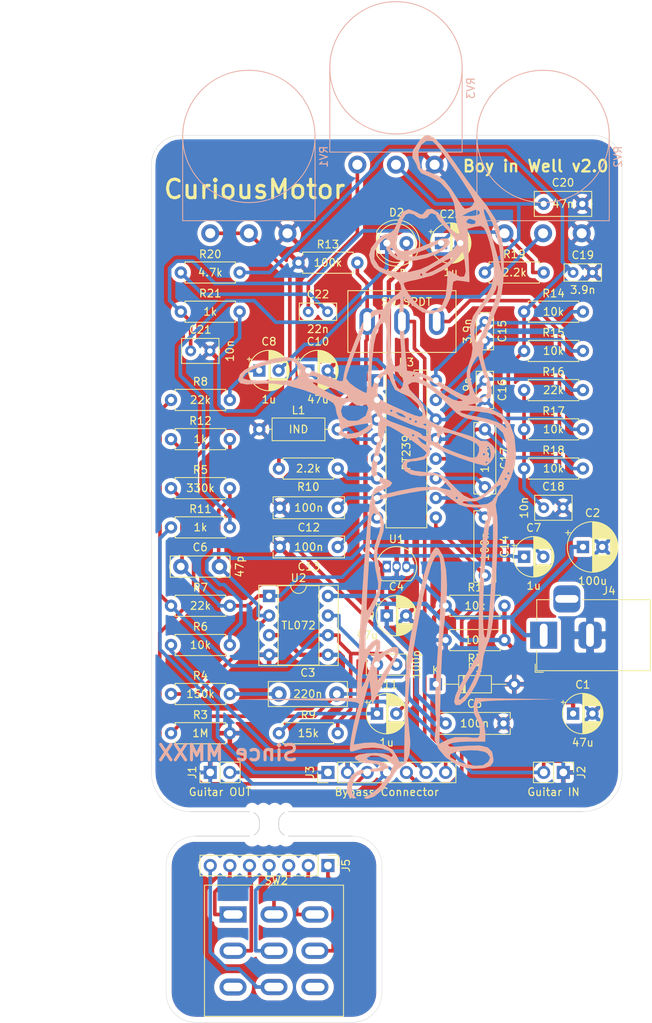
<source format=kicad_pcb>
(kicad_pcb (version 20171130) (host pcbnew "(5.1.9)-1")
  (layers (0 F.Cu signal) (31 B.Cu signal) (34 B.Paste user) (35 F.Paste user) (36 B.SilkS user) (37 F.SilkS user) (38 B.Mask user) (39 F.Mask user) (44 Edge.Cuts user))
  (net 0 "")
  (net 1 GND)
  (net 2 /4.5V)
  (net 3 +9V)
  (net 4 /PDL_IN)
  (net 5 "Net-(C3-Pad1)")
  (net 6 +5V)
  (net 7 "Net-(C6-Pad2)")
  (net 8 "Net-(C6-Pad1)")
  (net 9 "Net-(C7-Pad2)")
  (net 10 "Net-(C8-Pad2)")
  (net 11 "Net-(C8-Pad1)")
  (net 12 "Net-(C9-Pad2)")
  (net 13 "Net-(C11-Pad1)")
  (net 14 "Net-(C10-Pad1)")
  (net 15 "Net-(C11-Pad2)")
  (net 16 "Net-(C12-Pad1)")
  (net 17 "Net-(C13-Pad1)")
  (net 18 "Net-(C14-Pad2)")
  (net 19 "Net-(C14-Pad1)")
  (net 20 "Net-(C15-Pad2)")
  (net 21 "Net-(C15-Pad1)")
  (net 22 "Net-(C16-Pad2)")
  (net 23 "Net-(C16-Pad1)")
  (net 24 "Net-(C17-Pad2)")
  (net 25 "Net-(C17-Pad1)")
  (net 26 "Net-(C18-Pad1)")
  (net 27 /TAILS_CONTROL_2)
  (net 28 "Net-(C20-Pad1)")
  (net 29 "Net-(C21-Pad1)")
  (net 30 "Net-(C22-Pad2)")
  (net 31 "Net-(C22-Pad1)")
  (net 32 "Net-(C23-Pad1)")
  (net 33 "Net-(D2-Pad1)")
  (net 34 "Net-(J1-Pad2)")
  (net 35 /TAILS_CONTROL_1)
  (net 36 /PDL_OUT)
  (net 37 /FS_GOUT)
  (net 38 /FS_PDL_OUT)
  (net 39 /FS_GND)
  (net 40 /FS_TAILSWITCH_1)
  (net 41 /FS_TAILSWITCH_2)
  (net 42 "Net-(L1-Pad2)")
  (net 43 "Net-(R10-Pad2)")
  (net 44 "Net-(R10-Pad1)")
  (net 45 "Net-(U3-Pad5)")
  (net 46 /BYPASS_OR_NOT)
  (net 47 /FS_BYPASS_OR_NOT)
  (net 48 "Net-(SW2-Pad7)")
  (net 49 "Net-(SW2-Pad9)")
  (net 50 /FS_LED)
  (net 51 "Net-(J3-Pad1)")
  (module Logos:standing_guitarist_small (layer B.Cu) (at 78.232 87.376 180)
    (fp_text reference G*** hide)
    (fp_text value LOGO hide)
  )
  (module Connector_PinHeader_2.54mm:PinHeader_1x07_P2.54mm_Vertical (layer F.Cu) (at 69.85 139.065 270)
    (fp_text reference J5 (at 0 -2.33 90) (layer F.SilkS))
    (fp_text value FootSwitch_Side)
    (pad 7 thru_hole oval (at 0 15.24 270) (size 1.7 1.7) (drill 1) (layers *.Cu *.Mask) (net 47 /FS_BYPASS_OR_NOT))
    (pad 6 thru_hole oval (at 0 12.7 270) (size 1.7 1.7) (drill 1) (layers *.Cu *.Mask) (net 41 /FS_TAILSWITCH_2))
    (pad 5 thru_hole oval (at 0 10.16 270) (size 1.7 1.7) (drill 1) (layers *.Cu *.Mask) (net 40 /FS_TAILSWITCH_1))
    (pad 4 thru_hole oval (at 0 7.62 270) (size 1.7 1.7) (drill 1) (layers *.Cu *.Mask) (net 37 /FS_GOUT))
    (pad 3 thru_hole oval (at 0 5.08 270) (size 1.7 1.7) (drill 1) (layers *.Cu *.Mask) (net 38 /FS_PDL_OUT))
    (pad 2 thru_hole oval (at 0 2.54 270) (size 1.7 1.7) (drill 1) (layers *.Cu *.Mask) (net 39 /FS_GND))
    (pad 1 thru_hole rect (at 0 0 270) (size 1.7 1.7) (drill 1) (layers *.Cu *.Mask) (net 50 /FS_LED))
  )
  (module Package_DIP:DIP-8_W7.62mm_Socket (layer F.Cu) (at 62.23 104.14)
    (fp_text reference U2 (at 3.81 -2.33) (layer F.SilkS))
    (fp_text value TL072)
    (fp_text user %V (at 3.81 3.81) (layer F.SilkS))
    (pad 8 thru_hole oval (at 7.62 0) (size 1.6 1.6) (drill 0.8) (layers *.Cu *.Mask) (net 3 +9V))
    (pad 4 thru_hole oval (at 0 7.62) (size 1.6 1.6) (drill 0.8) (layers *.Cu *.Mask) (net 1 GND))
    (pad 7 thru_hole oval (at 7.62 2.54) (size 1.6 1.6) (drill 0.8) (layers *.Cu *.Mask) (net 13 "Net-(C11-Pad1)"))
    (pad 3 thru_hole oval (at 0 5.08) (size 1.6 1.6) (drill 0.8) (layers *.Cu *.Mask) (net 2 /4.5V))
    (pad 6 thru_hole oval (at 7.62 5.08) (size 1.6 1.6) (drill 0.8) (layers *.Cu *.Mask) (net 12 "Net-(C9-Pad2)"))
    (pad 2 thru_hole oval (at 0 2.54) (size 1.6 1.6) (drill 0.8) (layers *.Cu *.Mask) (net 7 "Net-(C6-Pad2)"))
    (pad 5 thru_hole oval (at 7.62 7.62) (size 1.6 1.6) (drill 0.8) (layers *.Cu *.Mask) (net 2 /4.5V))
    (pad 1 thru_hole rect (at 0 0) (size 1.6 1.6) (drill 0.8) (layers *.Cu *.Mask) (net 8 "Net-(C6-Pad1)"))
  )
  (module Package_DIP:DIP-16_W7.62mm (layer F.Cu) (at 76.2 76.2)
    (fp_text reference U3 (at 3.81 -2.33) (layer F.SilkS))
    (fp_text value PT2399)
    (fp_text user %V (at 3.81 8.89 -90) (layer F.SilkS))
    (pad 16 thru_hole oval (at 7.62 0) (size 1.6 1.6) (drill 0.8) (layers *.Cu *.Mask) (net 21 "Net-(C15-Pad1)"))
    (pad 8 thru_hole oval (at 0 17.78) (size 1.6 1.6) (drill 0.8) (layers *.Cu *.Mask) (net 17 "Net-(C13-Pad1)"))
    (pad 15 thru_hole oval (at 7.62 2.54) (size 1.6 1.6) (drill 0.8) (layers *.Cu *.Mask) (net 20 "Net-(C15-Pad2)"))
    (pad 7 thru_hole oval (at 0 15.24) (size 1.6 1.6) (drill 0.8) (layers *.Cu *.Mask) (net 16 "Net-(C12-Pad1)"))
    (pad 14 thru_hole oval (at 7.62 5.08) (size 1.6 1.6) (drill 0.8) (layers *.Cu *.Mask) (net 23 "Net-(C16-Pad1)"))
    (pad 6 thru_hole oval (at 0 12.7) (size 1.6 1.6) (drill 0.8) (layers *.Cu *.Mask) (net 44 "Net-(R10-Pad1)"))
    (pad 13 thru_hole oval (at 7.62 7.62) (size 1.6 1.6) (drill 0.8) (layers *.Cu *.Mask) (net 22 "Net-(C16-Pad2)"))
    (pad 5 thru_hole oval (at 0 10.16) (size 1.6 1.6) (drill 0.8) (layers *.Cu *.Mask) (net 45 "Net-(U3-Pad5)"))
    (pad 12 thru_hole oval (at 7.62 10.16) (size 1.6 1.6) (drill 0.8) (layers *.Cu *.Mask) (net 25 "Net-(C17-Pad1)"))
    (pad 4 thru_hole oval (at 0 7.62) (size 1.6 1.6) (drill 0.8) (layers *.Cu *.Mask) (net 42 "Net-(L1-Pad2)"))
    (pad 11 thru_hole oval (at 7.62 12.7) (size 1.6 1.6) (drill 0.8) (layers *.Cu *.Mask) (net 24 "Net-(C17-Pad2)"))
    (pad 3 thru_hole oval (at 0 5.08) (size 1.6 1.6) (drill 0.8) (layers *.Cu *.Mask) (net 1 GND))
    (pad 10 thru_hole oval (at 7.62 15.24) (size 1.6 1.6) (drill 0.8) (layers *.Cu *.Mask) (net 19 "Net-(C14-Pad1)"))
    (pad 2 thru_hole oval (at 0 2.54) (size 1.6 1.6) (drill 0.8) (layers *.Cu *.Mask) (net 14 "Net-(C10-Pad1)"))
    (pad 9 thru_hole oval (at 7.62 17.78) (size 1.6 1.6) (drill 0.8) (layers *.Cu *.Mask) (net 18 "Net-(C14-Pad2)"))
    (pad 1 thru_hole rect (at 0 0) (size 1.6 1.6) (drill 0.8) (layers *.Cu *.Mask) (net 6 +5V))
  )
  (module Resistor_THT:R_Axial_DIN0207_L6.3mm_D2.5mm_P7.62mm_Horizontal (layer F.Cu) (at 85.09 105.41)
    (fp_text reference R1 (at 3.81 -2.37) (layer F.SilkS))
    (fp_text value 10k)
    (fp_text user %V (at 3.81 0) (layer F.SilkS))
    (pad 2 thru_hole oval (at 7.62 0) (size 1.6 1.6) (drill 0.8) (layers *.Cu *.Mask) (net 2 /4.5V))
    (pad 1 thru_hole circle (at 0 0) (size 1.6 1.6) (drill 0.8) (layers *.Cu *.Mask) (net 3 +9V))
  )
  (module Resistor_THT:R_Axial_DIN0207_L6.3mm_D2.5mm_P7.62mm_Horizontal (layer F.Cu) (at 92.71 109.855 180)
    (fp_text reference R2 (at 3.81 -2.37) (layer F.SilkS))
    (fp_text value 10k)
    (fp_text user %V (at 3.81 0) (layer F.SilkS))
    (pad 2 thru_hole oval (at 7.62 0 180) (size 1.6 1.6) (drill 0.8) (layers *.Cu *.Mask) (net 1 GND))
    (pad 1 thru_hole circle (at 0 0 180) (size 1.6 1.6) (drill 0.8) (layers *.Cu *.Mask) (net 2 /4.5V))
  )
  (module Resistor_THT:R_Axial_DIN0207_L6.3mm_D2.5mm_P7.62mm_Horizontal (layer F.Cu) (at 49.53 121.92)
    (fp_text reference R3 (at 3.81 -2.37) (layer F.SilkS))
    (fp_text value 1M)
    (fp_text user %V (at 3.81 0) (layer F.SilkS))
    (pad 2 thru_hole oval (at 7.62 0) (size 1.6 1.6) (drill 0.8) (layers *.Cu *.Mask) (net 1 GND))
    (pad 1 thru_hole circle (at 0 0) (size 1.6 1.6) (drill 0.8) (layers *.Cu *.Mask) (net 4 /PDL_IN))
  )
  (module Resistor_THT:R_Axial_DIN0207_L6.3mm_D2.5mm_P7.62mm_Horizontal (layer F.Cu) (at 49.53 116.84)
    (fp_text reference R4 (at 3.81 -2.37) (layer F.SilkS))
    (fp_text value 150k)
    (fp_text user %V (at 3.81 0) (layer F.SilkS))
    (pad 2 thru_hole oval (at 7.62 0) (size 1.6 1.6) (drill 0.8) (layers *.Cu *.Mask) (net 5 "Net-(C3-Pad1)"))
    (pad 1 thru_hole circle (at 0 0) (size 1.6 1.6) (drill 0.8) (layers *.Cu *.Mask) (net 7 "Net-(C6-Pad2)"))
  )
  (module Resistor_THT:R_Axial_DIN0207_L6.3mm_D2.5mm_P7.62mm_Horizontal (layer F.Cu) (at 49.53 90.17)
    (fp_text reference R5 (at 3.81 -2.37) (layer F.SilkS))
    (fp_text value 330k)
    (fp_text user %V (at 3.81 0) (layer F.SilkS))
    (pad 2 thru_hole oval (at 7.62 0) (size 1.6 1.6) (drill 0.8) (layers *.Cu *.Mask) (net 7 "Net-(C6-Pad2)"))
    (pad 1 thru_hole circle (at 0 0) (size 1.6 1.6) (drill 0.8) (layers *.Cu *.Mask) (net 8 "Net-(C6-Pad1)"))
  )
  (module Resistor_THT:R_Axial_DIN0207_L6.3mm_D2.5mm_P7.62mm_Horizontal (layer F.Cu) (at 49.53 110.49)
    (fp_text reference R6 (at 3.81 -2.37) (layer F.SilkS))
    (fp_text value 10k)
    (fp_text user %V (at 3.81 0) (layer F.SilkS))
    (pad 2 thru_hole oval (at 7.62 0) (size 1.6 1.6) (drill 0.8) (layers *.Cu *.Mask) (net 9 "Net-(C7-Pad2)"))
    (pad 1 thru_hole circle (at 0 0) (size 1.6 1.6) (drill 0.8) (layers *.Cu *.Mask) (net 35 /TAILS_CONTROL_1))
  )
  (module Resistor_THT:R_Axial_DIN0207_L6.3mm_D2.5mm_P7.62mm_Horizontal (layer F.Cu) (at 49.53 105.41)
    (fp_text reference R7 (at 3.81 -2.37) (layer F.SilkS))
    (fp_text value 22k)
    (fp_text user %V (at 3.81 0) (layer F.SilkS))
    (pad 2 thru_hole oval (at 7.62 0) (size 1.6 1.6) (drill 0.8) (layers *.Cu *.Mask) (net 8 "Net-(C6-Pad1)"))
    (pad 1 thru_hole circle (at 0 0) (size 1.6 1.6) (drill 0.8) (layers *.Cu *.Mask) (net 12 "Net-(C9-Pad2)"))
  )
  (module Resistor_THT:R_Axial_DIN0207_L6.3mm_D2.5mm_P7.62mm_Horizontal (layer F.Cu) (at 49.53 78.74)
    (fp_text reference R8 (at 3.81 -2.37) (layer F.SilkS))
    (fp_text value 22k)
    (fp_text user %V (at 3.81 0) (layer F.SilkS))
    (pad 2 thru_hole oval (at 7.62 0) (size 1.6 1.6) (drill 0.8) (layers *.Cu *.Mask) (net 11 "Net-(C8-Pad1)"))
    (pad 1 thru_hole circle (at 0 0) (size 1.6 1.6) (drill 0.8) (layers *.Cu *.Mask) (net 12 "Net-(C9-Pad2)"))
  )
  (module Resistor_THT:R_Axial_DIN0207_L6.3mm_D2.5mm_P7.62mm_Horizontal (layer F.Cu) (at 63.5 121.92)
    (fp_text reference R9 (at 3.81 -2.37) (layer F.SilkS))
    (fp_text value 15k)
    (fp_text user %V (at 3.81 0) (layer F.SilkS))
    (pad 2 thru_hole oval (at 7.62 0) (size 1.6 1.6) (drill 0.8) (layers *.Cu *.Mask) (net 12 "Net-(C9-Pad2)"))
    (pad 1 thru_hole circle (at 0 0) (size 1.6 1.6) (drill 0.8) (layers *.Cu *.Mask) (net 13 "Net-(C11-Pad1)"))
  )
  (module Resistor_THT:R_Axial_DIN0207_L6.3mm_D2.5mm_P7.62mm_Horizontal (layer F.Cu) (at 71.12 87.63 180)
    (fp_text reference R10 (at 3.81 -2.37) (layer F.SilkS))
    (fp_text value 2.2k)
    (fp_text user %V (at 3.81 0) (layer F.SilkS))
    (pad 2 thru_hole oval (at 7.62 0 180) (size 1.6 1.6) (drill 0.8) (layers *.Cu *.Mask) (net 43 "Net-(R10-Pad2)"))
    (pad 1 thru_hole circle (at 0 0 180) (size 1.6 1.6) (drill 0.8) (layers *.Cu *.Mask) (net 44 "Net-(R10-Pad1)"))
  )
  (module Resistor_THT:R_Axial_DIN0207_L6.3mm_D2.5mm_P7.62mm_Horizontal (layer F.Cu) (at 49.53 95.25)
    (fp_text reference R11 (at 3.81 -2.37) (layer F.SilkS))
    (fp_text value 1k)
    (fp_text user %V (at 3.81 0) (layer F.SilkS))
    (pad 2 thru_hole oval (at 7.62 0) (size 1.6 1.6) (drill 0.8) (layers *.Cu *.Mask) (net 33 "Net-(D2-Pad1)"))
    (pad 1 thru_hole circle (at 0 0) (size 1.6 1.6) (drill 0.8) (layers *.Cu *.Mask) (net 51 "Net-(J3-Pad1)"))
  )
  (module Resistor_THT:R_Axial_DIN0207_L6.3mm_D2.5mm_P7.62mm_Horizontal (layer F.Cu) (at 49.53 83.82)
    (fp_text reference R12 (at 3.81 -2.37) (layer F.SilkS))
    (fp_text value 1k)
    (fp_text user %V (at 3.81 0) (layer F.SilkS))
    (pad 2 thru_hole oval (at 7.62 0) (size 1.6 1.6) (drill 0.8) (layers *.Cu *.Mask) (net 15 "Net-(C11-Pad2)"))
    (pad 1 thru_hole circle (at 0 0) (size 1.6 1.6) (drill 0.8) (layers *.Cu *.Mask) (net 36 /PDL_OUT))
  )
  (module Resistor_THT:R_Axial_DIN0207_L6.3mm_D2.5mm_P7.62mm_Horizontal (layer F.Cu) (at 66.04 60.96)
    (fp_text reference R13 (at 3.81 -2.37) (layer F.SilkS))
    (fp_text value 100k)
    (fp_text user %V (at 3.81 0) (layer F.SilkS))
    (pad 2 thru_hole oval (at 7.62 0) (size 1.6 1.6) (drill 0.8) (layers *.Cu *.Mask) (net 36 /PDL_OUT))
    (pad 1 thru_hole circle (at 0 0) (size 1.6 1.6) (drill 0.8) (layers *.Cu *.Mask) (net 1 GND))
  )
  (module Resistor_THT:R_Axial_DIN0207_L6.3mm_D2.5mm_P7.62mm_Horizontal (layer F.Cu) (at 95.25 67.31)
    (fp_text reference R14 (at 3.81 -2.37) (layer F.SilkS))
    (fp_text value 10k)
    (fp_text user %V (at 3.81 0) (layer F.SilkS))
    (pad 2 thru_hole oval (at 7.62 0) (size 1.6 1.6) (drill 0.8) (layers *.Cu *.Mask) (net 21 "Net-(C15-Pad1)"))
    (pad 1 thru_hole circle (at 0 0) (size 1.6 1.6) (drill 0.8) (layers *.Cu *.Mask) (net 27 /TAILS_CONTROL_2))
  )
  (module Resistor_THT:R_Axial_DIN0207_L6.3mm_D2.5mm_P7.62mm_Horizontal (layer F.Cu) (at 95.25 72.39)
    (fp_text reference R15 (at 3.81 -2.37) (layer F.SilkS))
    (fp_text value 10k)
    (fp_text user %V (at 3.81 0) (layer F.SilkS))
    (pad 2 thru_hole oval (at 7.62 0) (size 1.6 1.6) (drill 0.8) (layers *.Cu *.Mask) (net 20 "Net-(C15-Pad2)"))
    (pad 1 thru_hole circle (at 0 0) (size 1.6 1.6) (drill 0.8) (layers *.Cu *.Mask) (net 27 /TAILS_CONTROL_2))
  )
  (module Resistor_THT:R_Axial_DIN0207_L6.3mm_D2.5mm_P7.62mm_Horizontal (layer F.Cu) (at 95.25 77.47)
    (fp_text reference R16 (at 3.81 -2.37) (layer F.SilkS))
    (fp_text value 22k)
    (fp_text user %V (at 3.81 0) (layer F.SilkS))
    (pad 2 thru_hole oval (at 7.62 0) (size 1.6 1.6) (drill 0.8) (layers *.Cu *.Mask) (net 23 "Net-(C16-Pad1)"))
    (pad 1 thru_hole circle (at 0 0) (size 1.6 1.6) (drill 0.8) (layers *.Cu *.Mask) (net 26 "Net-(C18-Pad1)"))
  )
  (module Resistor_THT:R_Axial_DIN0207_L6.3mm_D2.5mm_P7.62mm_Horizontal (layer F.Cu) (at 95.25 82.55)
    (fp_text reference R17 (at 3.81 -2.37) (layer F.SilkS))
    (fp_text value 10k)
    (fp_text user %V (at 3.81 0) (layer F.SilkS))
    (pad 2 thru_hole oval (at 7.62 0) (size 1.6 1.6) (drill 0.8) (layers *.Cu *.Mask) (net 22 "Net-(C16-Pad2)"))
    (pad 1 thru_hole circle (at 0 0) (size 1.6 1.6) (drill 0.8) (layers *.Cu *.Mask) (net 26 "Net-(C18-Pad1)"))
  )
  (module Resistor_THT:R_Axial_DIN0207_L6.3mm_D2.5mm_P7.62mm_Horizontal (layer F.Cu) (at 95.25 87.63)
    (fp_text reference R18 (at 3.81 -2.37) (layer F.SilkS))
    (fp_text value 10k)
    (fp_text user %V (at 3.81 0) (layer F.SilkS))
    (pad 2 thru_hole oval (at 7.62 0) (size 1.6 1.6) (drill 0.8) (layers *.Cu *.Mask) (net 25 "Net-(C17-Pad1)"))
    (pad 1 thru_hole circle (at 0 0) (size 1.6 1.6) (drill 0.8) (layers *.Cu *.Mask) (net 26 "Net-(C18-Pad1)"))
  )
  (module Resistor_THT:R_Axial_DIN0207_L6.3mm_D2.5mm_P7.62mm_Horizontal (layer F.Cu) (at 90.17 62.23)
    (fp_text reference R19 (at 3.81 -2.37) (layer F.SilkS))
    (fp_text value 2.2k)
    (fp_text user %V (at 3.81 0) (layer F.SilkS))
    (pad 2 thru_hole oval (at 7.62 0) (size 1.6 1.6) (drill 0.8) (layers *.Cu *.Mask) (net 32 "Net-(C23-Pad1)"))
    (pad 1 thru_hole circle (at 0 0) (size 1.6 1.6) (drill 0.8) (layers *.Cu *.Mask) (net 28 "Net-(C20-Pad1)"))
  )
  (module Resistor_THT:R_Axial_DIN0207_L6.3mm_D2.5mm_P7.62mm_Horizontal (layer F.Cu) (at 50.8 62.23)
    (fp_text reference R20 (at 3.81 -2.37) (layer F.SilkS))
    (fp_text value 4.7k)
    (fp_text user %V (at 3.81 0) (layer F.SilkS))
    (pad 2 thru_hole oval (at 7.62 0) (size 1.6 1.6) (drill 0.8) (layers *.Cu *.Mask) (net 27 /TAILS_CONTROL_2))
    (pad 1 thru_hole circle (at 0 0) (size 1.6 1.6) (drill 0.8) (layers *.Cu *.Mask) (net 30 "Net-(C22-Pad2)"))
  )
  (module Resistor_THT:R_Axial_DIN0207_L6.3mm_D2.5mm_P7.62mm_Horizontal (layer F.Cu) (at 50.8 67.31)
    (fp_text reference R21 (at 3.81 -2.37) (layer F.SilkS))
    (fp_text value 1k)
    (fp_text user %V (at 3.81 0) (layer F.SilkS))
    (pad 2 thru_hole oval (at 7.62 0) (size 1.6 1.6) (drill 0.8) (layers *.Cu *.Mask) (net 23 "Net-(C16-Pad1)"))
    (pad 1 thru_hole circle (at 0 0) (size 1.6 1.6) (drill 0.8) (layers *.Cu *.Mask) (net 29 "Net-(C21-Pad1)"))
  )
  (module Capacitor_THT:CP_Radial_D5.0mm_P2.50mm (layer F.Cu) (at 101.6 119.38)
    (fp_text reference C1 (at 1.25 -3.75) (layer F.SilkS))
    (fp_text value 47u (at 1.25 3.75) (layer F.SilkS))
    (pad 2 thru_hole circle (at 2.5 0) (size 1.6 1.6) (drill 0.8) (layers *.Cu *.Mask) (net 1 GND))
    (pad 1 thru_hole rect (at 0 0) (size 1.6 1.6) (drill 0.8) (layers *.Cu *.Mask) (net 2 /4.5V))
  )
  (module Capacitor_THT:CP_Radial_D6.3mm_P2.50mm (layer F.Cu) (at 102.87 97.79)
    (fp_text reference C2 (at 1.25 -4.4) (layer F.SilkS))
    (fp_text value 100u (at 1.25 4.4) (layer F.SilkS))
    (pad 2 thru_hole circle (at 2.5 0) (size 1.6 1.6) (drill 0.8) (layers *.Cu *.Mask) (net 1 GND))
    (pad 1 thru_hole rect (at 0 0) (size 1.6 1.6) (drill 0.8) (layers *.Cu *.Mask) (net 3 +9V))
  )
  (module Capacitor_THT:C_Rect_L10.0mm_W3.0mm_P7.50mm_FKS3_FKP3 (layer F.Cu) (at 63.5 116.84)
    (fp_text reference C3 (at 3.75 -2.75) (layer F.SilkS))
    (fp_text value 220n)
    (fp_text user %V (at 3.75 0) (layer F.SilkS))
    (pad 2 thru_hole circle (at 7.5 0) (size 2 2) (drill 1) (layers *.Cu *.Mask) (net 4 /PDL_IN))
    (pad 1 thru_hole circle (at 0 0) (size 2 2) (drill 1) (layers *.Cu *.Mask) (net 5 "Net-(C3-Pad1)"))
  )
  (module Capacitor_THT:CP_Radial_D5.0mm_P2.50mm (layer F.Cu) (at 77.47 106.68)
    (fp_text reference C4 (at 1.25 -3.75) (layer F.SilkS))
    (fp_text value 47u (at -2.54 2.54) (layer F.SilkS))
    (pad 2 thru_hole circle (at 2.5 0) (size 1.6 1.6) (drill 0.8) (layers *.Cu *.Mask) (net 1 GND))
    (pad 1 thru_hole rect (at 0 0) (size 1.6 1.6) (drill 0.8) (layers *.Cu *.Mask) (net 6 +5V))
  )
  (module Capacitor_THT:C_Rect_L9.0mm_W2.6mm_P7.50mm_MKT (layer F.Cu) (at 85.09 120.65)
    (fp_text reference C5 (at 3.75 -2.55) (layer F.SilkS))
    (fp_text value 100n)
    (fp_text user %V (at 3.75 0) (layer F.SilkS))
    (pad 2 thru_hole circle (at 7.5 0) (size 1.6 1.6) (drill 0.8) (layers *.Cu *.Mask) (net 1 GND))
    (pad 1 thru_hole circle (at 0 0) (size 1.6 1.6) (drill 0.8) (layers *.Cu *.Mask) (net 6 +5V))
  )
  (module Capacitor_THT:C_Disc_D7.5mm_W2.5mm_P5.00mm (layer F.Cu) (at 50.8 100.33)
    (fp_text reference C6 (at 2.5 -2.5) (layer F.SilkS))
    (fp_text value 47p)
    (fp_text user %V (at 7.62 0 90) (layer F.SilkS))
    (pad 2 thru_hole circle (at 5 0) (size 2 2) (drill 1) (layers *.Cu *.Mask) (net 7 "Net-(C6-Pad2)"))
    (pad 1 thru_hole circle (at 0 0) (size 2 2) (drill 1) (layers *.Cu *.Mask) (net 8 "Net-(C6-Pad1)"))
  )
  (module Capacitor_THT:CP_Radial_D5.0mm_P2.50mm (layer F.Cu) (at 95.25 99.06)
    (fp_text reference C7 (at 1.25 -3.75) (layer F.SilkS))
    (fp_text value 1u (at 1.25 3.75) (layer F.SilkS))
    (pad 2 thru_hole circle (at 2.5 0) (size 1.6 1.6) (drill 0.8) (layers *.Cu *.Mask) (net 9 "Net-(C7-Pad2)"))
    (pad 1 thru_hole rect (at 0 0) (size 1.6 1.6) (drill 0.8) (layers *.Cu *.Mask) (net 8 "Net-(C6-Pad1)"))
  )
  (module Capacitor_THT:CP_Radial_D5.0mm_P2.50mm (layer F.Cu) (at 60.96 74.93)
    (fp_text reference C8 (at 1.25 -3.75) (layer F.SilkS))
    (fp_text value 1u (at 1.25 3.75) (layer F.SilkS))
    (pad 2 thru_hole circle (at 2.5 0) (size 1.6 1.6) (drill 0.8) (layers *.Cu *.Mask) (net 10 "Net-(C8-Pad2)"))
    (pad 1 thru_hole rect (at 0 0) (size 1.6 1.6) (drill 0.8) (layers *.Cu *.Mask) (net 11 "Net-(C8-Pad1)"))
  )
  (module Capacitor_THT:C_Disc_D5.0mm_W2.5mm_P2.50mm (layer F.Cu) (at 76.2 113.03)
    (fp_text reference C9 (at -1.27 -6.35) (layer F.SilkS))
    (fp_text value 100p (at 5.08 0 270) (layer F.SilkS))
    (pad 2 thru_hole circle (at 2.5 0) (size 1.6 1.6) (drill 0.8) (layers *.Cu *.Mask) (net 12 "Net-(C9-Pad2)"))
    (pad 1 thru_hole circle (at 0 0) (size 1.6 1.6) (drill 0.8) (layers *.Cu *.Mask) (net 13 "Net-(C11-Pad1)"))
  )
  (module Capacitor_THT:CP_Radial_D5.0mm_P2.50mm (layer F.Cu) (at 67.31 74.93)
    (fp_text reference C10 (at 1.25 -3.75) (layer F.SilkS))
    (fp_text value 47u (at 1.25 3.75) (layer F.SilkS))
    (pad 2 thru_hole circle (at 2.5 0) (size 1.6 1.6) (drill 0.8) (layers *.Cu *.Mask) (net 1 GND))
    (pad 1 thru_hole rect (at 0 0) (size 1.6 1.6) (drill 0.8) (layers *.Cu *.Mask) (net 14 "Net-(C10-Pad1)"))
  )
  (module Capacitor_THT:CP_Radial_D5.0mm_P2.50mm (layer F.Cu) (at 76.2 119.38)
    (fp_text reference C11 (at 1.25 -3.75) (layer F.SilkS))
    (fp_text value 1u (at 1.25 3.75) (layer F.SilkS))
    (pad 2 thru_hole circle (at 2.5 0) (size 1.6 1.6) (drill 0.8) (layers *.Cu *.Mask) (net 15 "Net-(C11-Pad2)"))
    (pad 1 thru_hole rect (at 0 0) (size 1.6 1.6) (drill 0.8) (layers *.Cu *.Mask) (net 13 "Net-(C11-Pad1)"))
  )
  (module Capacitor_THT:C_Rect_L9.0mm_W2.6mm_P7.50mm_MKT (layer F.Cu) (at 71.12 92.71 180)
    (fp_text reference C12 (at 3.75 -2.55) (layer F.SilkS))
    (fp_text value 100n)
    (fp_text user %V (at 3.75 0) (layer F.SilkS))
    (pad 2 thru_hole circle (at 7.5 0 180) (size 1.6 1.6) (drill 0.8) (layers *.Cu *.Mask) (net 1 GND))
    (pad 1 thru_hole circle (at 0 0 180) (size 1.6 1.6) (drill 0.8) (layers *.Cu *.Mask) (net 16 "Net-(C12-Pad1)"))
  )
  (module Capacitor_THT:C_Rect_L9.0mm_W2.6mm_P7.50mm_MKT (layer F.Cu) (at 71.12 97.79 180)
    (fp_text reference C13 (at 3.75 -2.55) (layer F.SilkS))
    (fp_text value 100n)
    (fp_text user %V (at 3.75 0) (layer F.SilkS))
    (pad 2 thru_hole circle (at 7.5 0 180) (size 1.6 1.6) (drill 0.8) (layers *.Cu *.Mask) (net 1 GND))
    (pad 1 thru_hole circle (at 0 0 180) (size 1.6 1.6) (drill 0.8) (layers *.Cu *.Mask) (net 17 "Net-(C13-Pad1)"))
  )
  (module Capacitor_THT:C_Rect_L9.0mm_W2.6mm_P7.50mm_MKT (layer F.Cu) (at 90.17 93.98 270)
    (fp_text reference C14 (at 3.75 -2.55 90) (layer F.SilkS))
    (fp_text value 100n)
    (fp_text user %V (at 3.75 0 90) (layer F.SilkS))
    (pad 2 thru_hole circle (at 7.5 0 270) (size 1.6 1.6) (drill 0.8) (layers *.Cu *.Mask) (net 18 "Net-(C14-Pad2)"))
    (pad 1 thru_hole circle (at 0 0 270) (size 1.6 1.6) (drill 0.8) (layers *.Cu *.Mask) (net 19 "Net-(C14-Pad1)"))
  )
  (module Capacitor_THT:C_Rect_L4.6mm_W2.0mm_P2.50mm_MKS02_FKP02 (layer F.Cu) (at 90.17 68.58 270)
    (fp_text reference C15 (at 1.25 -2.25 90) (layer F.SilkS))
    (fp_text value 3.9n (at 1.25 2.25 90) (layer F.SilkS))
    (pad 2 thru_hole circle (at 2.5 0 270) (size 1.4 1.4) (drill 0.7) (layers *.Cu *.Mask) (net 20 "Net-(C15-Pad2)"))
    (pad 1 thru_hole circle (at 0 0 270) (size 1.4 1.4) (drill 0.7) (layers *.Cu *.Mask) (net 21 "Net-(C15-Pad1)"))
  )
  (module Capacitor_THT:C_Rect_L4.6mm_W2.0mm_P2.50mm_MKS02_FKP02 (layer F.Cu) (at 90.17 76.2 270)
    (fp_text reference C16 (at 1.25 -2.25 90) (layer F.SilkS))
    (fp_text value 3.9n (at 1.25 2.25 90) (layer F.SilkS))
    (pad 2 thru_hole circle (at 2.5 0 270) (size 1.4 1.4) (drill 0.7) (layers *.Cu *.Mask) (net 22 "Net-(C16-Pad2)"))
    (pad 1 thru_hole circle (at 0 0 270) (size 1.4 1.4) (drill 0.7) (layers *.Cu *.Mask) (net 23 "Net-(C16-Pad1)"))
  )
  (module Capacitor_THT:C_Rect_L9.0mm_W2.6mm_P7.50mm_MKT (layer F.Cu) (at 90.17 82.55 270)
    (fp_text reference C17 (at 3.75 -2.55 90) (layer F.SilkS))
    (fp_text value 100n)
    (fp_text user %V (at 3.75 0 90) (layer F.SilkS))
    (pad 2 thru_hole circle (at 7.5 0 270) (size 1.6 1.6) (drill 0.8) (layers *.Cu *.Mask) (net 24 "Net-(C17-Pad2)"))
    (pad 1 thru_hole circle (at 0 0 270) (size 1.6 1.6) (drill 0.8) (layers *.Cu *.Mask) (net 25 "Net-(C17-Pad1)"))
  )
  (module Capacitor_THT:C_Rect_L4.6mm_W3.0mm_P2.50mm_MKS02_FKP02 (layer F.Cu) (at 97.79 92.71)
    (fp_text reference C18 (at 1.25 -2.75) (layer F.SilkS))
    (fp_text value 10n (at -2.54 0 90) (layer F.SilkS))
    (pad 2 thru_hole circle (at 2.5 0) (size 1.4 1.4) (drill 0.7) (layers *.Cu *.Mask) (net 1 GND))
    (pad 1 thru_hole circle (at 0 0) (size 1.4 1.4) (drill 0.7) (layers *.Cu *.Mask) (net 26 "Net-(C18-Pad1)"))
  )
  (module Capacitor_THT:C_Rect_L4.6mm_W2.0mm_P2.50mm_MKS02_FKP02 (layer F.Cu) (at 101.6 62.23)
    (fp_text reference C19 (at 1.25 -2.25) (layer F.SilkS))
    (fp_text value 3.9n (at 1.25 2.25) (layer F.SilkS))
    (pad 2 thru_hole circle (at 2.5 0) (size 1.4 1.4) (drill 0.7) (layers *.Cu *.Mask) (net 1 GND))
    (pad 1 thru_hole circle (at 0 0) (size 1.4 1.4) (drill 0.7) (layers *.Cu *.Mask) (net 27 /TAILS_CONTROL_2))
  )
  (module Capacitor_THT:C_Rect_L7.2mm_W3.0mm_P5.00mm_FKS2_FKP2_MKS2_MKP2 (layer F.Cu) (at 97.79 53.34)
    (fp_text reference C20 (at 2.5 -2.75) (layer F.SilkS))
    (fp_text value 47n)
    (fp_text user %V (at 2.5 0) (layer F.SilkS))
    (pad 2 thru_hole circle (at 5 0) (size 1.6 1.6) (drill 0.8) (layers *.Cu *.Mask) (net 1 GND))
    (pad 1 thru_hole circle (at 0 0) (size 1.6 1.6) (drill 0.8) (layers *.Cu *.Mask) (net 28 "Net-(C20-Pad1)"))
  )
  (module Capacitor_THT:C_Rect_L4.6mm_W3.0mm_P2.50mm_MKS02_FKP02 (layer F.Cu) (at 52.07 72.39)
    (fp_text reference C21 (at 1.25 -2.75) (layer F.SilkS))
    (fp_text value 10n (at 5.08 0 270) (layer F.SilkS))
    (pad 2 thru_hole circle (at 2.5 0) (size 1.4 1.4) (drill 0.7) (layers *.Cu *.Mask) (net 1 GND))
    (pad 1 thru_hole circle (at 0 0) (size 1.4 1.4) (drill 0.7) (layers *.Cu *.Mask) (net 29 "Net-(C21-Pad1)"))
  )
  (module Capacitor_THT:C_Rect_L4.6mm_W2.0mm_P2.50mm_MKS02_FKP02 (layer F.Cu) (at 67.31 67.31)
    (fp_text reference C22 (at 1.25 -2.25) (layer F.SilkS))
    (fp_text value 22n (at 1.25 2.25) (layer F.SilkS))
    (pad 2 thru_hole circle (at 2.5 0) (size 1.4 1.4) (drill 0.7) (layers *.Cu *.Mask) (net 30 "Net-(C22-Pad2)"))
    (pad 1 thru_hole circle (at 0 0) (size 1.4 1.4) (drill 0.7) (layers *.Cu *.Mask) (net 31 "Net-(C22-Pad1)"))
  )
  (module Capacitor_THT:CP_Radial_D5.0mm_P2.50mm (layer F.Cu) (at 84.495 58.42)
    (fp_text reference C23 (at 1.25 -3.75) (layer F.SilkS))
    (fp_text value 1u (at 1.25 3.75) (layer F.SilkS))
    (pad 2 thru_hole circle (at 2.5 0) (size 1.6 1.6) (drill 0.8) (layers *.Cu *.Mask) (net 29 "Net-(C21-Pad1)"))
    (pad 1 thru_hole rect (at 0 0) (size 1.6 1.6) (drill 0.8) (layers *.Cu *.Mask) (net 32 "Net-(C23-Pad1)"))
  )
  (module Diode_THT:D_DO-35_SOD27_P10.16mm_Horizontal (layer F.Cu) (at 83.82 115.57)
    (fp_text reference D1 (at 5.08 -2.12) (layer F.SilkS))
    (fp_text value 1N4007)
    (fp_text user K (at 0 -1.8) (layer F.SilkS))
    (pad 2 thru_hole oval (at 10.16 0) (size 1.6 1.6) (drill 0.8) (layers *.Cu *.Mask) (net 1 GND))
    (pad 1 thru_hole rect (at 0 0) (size 1.6 1.6) (drill 0.8) (layers *.Cu *.Mask) (net 3 +9V))
  )
  (module LED_THT:LED_D5.0mm (layer F.Cu) (at 77.47 58.42)
    (fp_text reference D2 (at 1.27 -3.96) (layer F.SilkS))
    (fp_text value LED (at 1.27 3.96) (layer F.SilkS))
    (pad 2 thru_hole circle (at 2.54 0) (size 1.8 1.8) (drill 0.9) (layers *.Cu *.Mask) (net 3 +9V))
    (pad 1 thru_hole rect (at 0 0) (size 1.8 1.8) (drill 0.9) (layers *.Cu *.Mask) (net 33 "Net-(D2-Pad1)"))
  )
  (module Connector_PinHeader_2.54mm:PinHeader_1x02_P2.54mm_Vertical (layer F.Cu) (at 54.61 127 90)
    (fp_text reference J1 (at 0 -2.33 90) (layer F.SilkS))
    (fp_text value "Guitar OUT" (at -2.54 1.27 180) (layer F.SilkS))
    (pad 2 thru_hole oval (at 0 2.54 90) (size 1.7 1.7) (drill 1) (layers *.Cu *.Mask) (net 34 "Net-(J1-Pad2)"))
    (pad 1 thru_hole rect (at 0 0 90) (size 1.7 1.7) (drill 1) (layers *.Cu *.Mask) (net 1 GND))
  )
  (module Connector_PinHeader_2.54mm:PinHeader_1x02_P2.54mm_Vertical (layer F.Cu) (at 100.33 127 270)
    (fp_text reference J2 (at 0 -2.33 90) (layer F.SilkS))
    (fp_text value "Guitar IN" (at 2.54 1.27 180) (layer F.SilkS))
    (pad 2 thru_hole oval (at 0 2.54 270) (size 1.7 1.7) (drill 1) (layers *.Cu *.Mask) (net 4 /PDL_IN))
    (pad 1 thru_hole rect (at 0 0 270) (size 1.7 1.7) (drill 1) (layers *.Cu *.Mask) (net 1 GND))
  )
  (module Connector_BarrelJack:BarrelJack_Horizontal (layer F.Cu) (at 97.79 109.22 180)
    (fp_text reference J4 (at -8.45 5.75) (layer F.SilkS))
    (fp_text value Jack-DC)
    (pad 3 thru_hole roundrect (at -3 4.7 180) (size 3.5 3.5) (drill oval 3 1) (layers *.Cu *.Mask))
    (pad 2 thru_hole roundrect (at -6 0 180) (size 3 3.5) (drill oval 1 3) (layers *.Cu *.Mask) (net 1 GND))
    (pad 1 thru_hole rect (at 0 0 180) (size 3.5 3.5) (drill oval 1 3) (layers *.Cu *.Mask) (net 3 +9V))
  )
  (module Inductor_THT:L_Axial_L6.6mm_D2.7mm_P10.16mm_Horizontal_Vishay_IM-2 (layer F.Cu) (at 60.96 82.55)
    (fp_text reference L1 (at 5.08 -2.47) (layer F.SilkS))
    (fp_text value ind)
    (fp_text user IND (at 5.08 0) (layer F.SilkS))
    (pad 2 thru_hole oval (at 10.16 0) (size 1.6 1.6) (drill 0.8) (layers *.Cu *.Mask) (net 42 "Net-(L1-Pad2)"))
    (pad 1 thru_hole circle (at 0 0) (size 1.6 1.6) (drill 0.8) (layers *.Cu *.Mask) (net 1 GND))
  )
  (module Potentiometer_THT:Potentiometer_Omeg_PC16BU_Vertical (layer B.Cu) (at 54.61 57.15 90)
    (fp_text reference RV1 (at 9.915 14.7 90) (layer B.SilkS) (effects (justify mirror)))
    (fp_text value Time)
    (pad 1 thru_hole circle (at 0 0 90) (size 2.34 2.34) (drill 1.3) (layers *.Cu *.Mask) (net 43 "Net-(R10-Pad2)"))
    (pad 2 thru_hole circle (at 0 5 90) (size 2.34 2.34) (drill 1.3) (layers *.Cu *.Mask) (net 43 "Net-(R10-Pad2)"))
    (pad 3 thru_hole circle (at 0 10 90) (size 2.34 2.34) (drill 1.3) (layers *.Cu *.Mask) (net 1 GND))
  )
  (module Potentiometer_THT:Potentiometer_Omeg_PC16BU_Vertical (layer B.Cu) (at 92.71 57.15 90)
    (fp_text reference RV2 (at 9.915 14.7 90) (layer B.SilkS) (effects (justify mirror)))
    (fp_text value LEVEL)
    (pad 1 thru_hole circle (at 0 0 90) (size 2.34 2.34) (drill 1.3) (layers *.Cu *.Mask) (net 32 "Net-(C23-Pad1)"))
    (pad 2 thru_hole circle (at 0 5 90) (size 2.34 2.34) (drill 1.3) (layers *.Cu *.Mask) (net 10 "Net-(C8-Pad2)"))
    (pad 3 thru_hole circle (at 0 10 90) (size 2.34 2.34) (drill 1.3) (layers *.Cu *.Mask) (net 1 GND))
  )
  (module Potentiometer_THT:Potentiometer_Omeg_PC16BU_Vertical (layer B.Cu) (at 73.66 48.26 90)
    (fp_text reference RV3 (at 9.915 14.7 90) (layer B.SilkS) (effects (justify mirror)))
    (fp_text value REPEATS)
    (pad 1 thru_hole circle (at 0 0 90) (size 2.34 2.34) (drill 1.3) (layers *.Cu *.Mask) (net 31 "Net-(C22-Pad1)"))
    (pad 2 thru_hole circle (at 0 5 90) (size 2.34 2.34) (drill 1.3) (layers *.Cu *.Mask) (net 28 "Net-(C20-Pad1)"))
    (pad 3 thru_hole circle (at 0 10 90) (size 2.34 2.34) (drill 1.3) (layers *.Cu *.Mask) (net 1 GND))
  )
  (module PedalParts:SPDT_Toggle (layer F.Cu) (at 74.93 68.58)
    (fp_text reference SW1)
    (fp_text value SW_SPDT (at 5.08 -2.54) (layer F.SilkS))
    (pad 3 thru_hole oval (at 9 0) (size 2 3.5) (drill oval 1 2.5) (layers *.Cu *.Mask) (net 4 /PDL_IN))
    (pad 2 thru_hole oval (at 4.5 0) (size 2 3.5) (drill oval 1 2.5) (layers *.Cu *.Mask) (net 46 /BYPASS_OR_NOT))
    (pad 1 thru_hole oval (at 0 0) (size 2 3.5) (drill oval 1 2.5) (layers *.Cu *.Mask) (net 36 /PDL_OUT))
  )
  (module PedalParts:SW_3PDT_STOMP (layer F.Cu) (at 62.865 141.605)
    (fp_text reference SW2 (at 0.3 -0.6) (layer F.SilkS))
    (fp_text value SW_3PDT)
    (pad 7 thru_hole oval (at -5.3 13.2 270) (size 2.2 3.5) (drill oval 1.1 2.5) (layers *.Cu *.Mask) (net 48 "Net-(SW2-Pad7)"))
    (pad 4 thru_hole oval (at -5.3 8.5 270) (size 2.1 3.5) (drill oval 1.1 2.5) (layers *.Cu *.Mask) (net 40 /FS_TAILSWITCH_1))
    (pad 1 thru_hole rect (at -5.3 3.8 270) (size 2.1 3.5) (drill oval 1.1 2.5) (layers *.Cu *.Mask) (net 41 /FS_TAILSWITCH_2))
    (pad 8 thru_hole oval (at 0 13.2 270) (size 2.1 3.5) (drill oval 1.1 2.5) (layers *.Cu *.Mask) (net 47 /FS_BYPASS_OR_NOT))
    (pad 5 thru_hole oval (at 0 8.5 270) (size 2.1 3.5) (drill oval 1.1 2.5) (layers *.Cu *.Mask) (net 37 /FS_GOUT))
    (pad 2 thru_hole oval (at 0 3.8 270) (size 2.1 3.5) (drill oval 1.1 2.5) (layers *.Cu *.Mask) (net 38 /FS_PDL_OUT))
    (pad 9 thru_hole oval (at 5.3 13.2 270) (size 2.1 3.5) (drill oval 1.1 2.5) (layers *.Cu *.Mask) (net 49 "Net-(SW2-Pad9)"))
    (pad 6 thru_hole oval (at 5.3 8.5 270) (size 2.1 3.5) (drill oval 1.1 2.5) (layers *.Cu *.Mask) (net 50 /FS_LED))
    (pad 3 thru_hole oval (at 5.3 3.8 270) (size 2.1 3.5) (drill oval 1.1 2.5) (layers *.Cu *.Mask) (net 39 /FS_GND))
  )
  (module Package_TO_SOT_THT:TO-92_Inline (layer F.Cu) (at 77.47 100.33)
    (fp_text reference U1 (at 1.27 -3.56) (layer F.SilkS))
    (fp_text value L78L05_TO92)
    (pad 1 thru_hole rect (at 0 0) (size 1.05 1.5) (drill 0.75) (layers *.Cu *.Mask) (net 6 +5V))
    (pad 3 thru_hole oval (at 2.54 0) (size 1.05 1.5) (drill 0.75) (layers *.Cu *.Mask) (net 3 +9V))
    (pad 2 thru_hole oval (at 1.27 0) (size 1.05 1.5) (drill 0.75) (layers *.Cu *.Mask) (net 1 GND))
  )
  (module Connector_PinHeader_2.54mm:PinHeader_1x07_P2.54mm_Vertical (layer F.Cu) (at 69.85 127 90)
    (fp_text reference J3 (at 0 -2.33 90) (layer F.SilkS))
    (fp_text value PCB_Side)
    (pad 7 thru_hole oval (at 0 15.24 90) (size 1.7 1.7) (drill 1) (layers *.Cu *.Mask) (net 46 /BYPASS_OR_NOT))
    (pad 6 thru_hole oval (at 0 12.7 90) (size 1.7 1.7) (drill 1) (layers *.Cu *.Mask) (net 35 /TAILS_CONTROL_1))
    (pad 5 thru_hole oval (at 0 10.16 90) (size 1.7 1.7) (drill 1) (layers *.Cu *.Mask) (net 27 /TAILS_CONTROL_2))
    (pad 4 thru_hole oval (at 0 7.62 90) (size 1.7 1.7) (drill 1) (layers *.Cu *.Mask) (net 34 "Net-(J1-Pad2)"))
    (pad 3 thru_hole oval (at 0 5.08 90) (size 1.7 1.7) (drill 1) (layers *.Cu *.Mask) (net 36 /PDL_OUT))
    (pad 2 thru_hole oval (at 0 2.54 90) (size 1.7 1.7) (drill 1) (layers *.Cu *.Mask) (net 1 GND))
    (pad 1 thru_hole rect (at 0 0 90) (size 1.7 1.7) (drill 1) (layers *.Cu *.Mask) (net 51 "Net-(J3-Pad1)"))
  )
  (module holes (layer F.Cu) (at 60.0423 131.83)
    (fp_text reference mousebites hide)
    (fp_text value mousebites hide)
    (pad h0 np_thru_hole circle (at 0 0) (size 0.8 0.8) (drill 0.8) (layers *.Cu *.Mask))
    (pad h1 np_thru_hole circle (at 1.458489 0) (size 0.8 0.8) (drill 0.8) (layers *.Cu *.Mask))
    (pad h2 np_thru_hole circle (at 2.916978 0) (size 0.8 0.8) (drill 0.8) (layers *.Cu *.Mask))
    (pad h3 np_thru_hole circle (at 4.375467 0) (size 0.8 0.8) (drill 0.8) (layers *.Cu *.Mask))
  )
  (module holes (layer F.Cu) (at 64.4177 135.505)
    (fp_text reference mousebitesX hide)
    (fp_text value mousebites hide)
    (pad h0 np_thru_hole circle (at 0 0) (size 0.8 0.8) (drill 0.8) (layers *.Cu *.Mask))
    (pad h1 np_thru_hole circle (at -1.458499 0) (size 0.8 0.8) (drill 0.8) (layers *.Cu *.Mask))
    (pad h2 np_thru_hole circle (at -2.916998 0) (size 0.8 0.8) (drill 0.8) (layers *.Cu *.Mask))
    (pad h3 np_thru_hole circle (at -4.375497 0) (size 0.8 0.8) (drill 0.8) (layers *.Cu *.Mask))
  )
  (gr_text "Since MMXX" (at 56.896 124.46) (layer B.SilkS) (effects (font (size 2 2) (thickness 0.4)) (justify mirror)))
  (gr_text "Boy in Well v2.0" (at 96.75 48.45) (layer F.SilkS) (effects (font (size 1.5 1.5) (thickness 0.3))))
  (gr_text CuriousMotor (at 60.35 51.45) (layer F.SilkS) (effects (font (size 2.4 2.4) (thickness 0.4))))
  (gr_text "Bypass Connector" (at 77.47 129.54) (layer F.SilkS) (effects (font (size 1 1))))
  (gr_arc (start 52.705 155.575) (end 48.895 155.575) (angle -90) (layer Edge.Cuts) (width 0.05))
  (gr_arc (start 73.025 155.575) (end 73.025 159.385) (angle -90) (layer Edge.Cuts) (width 0.05))
  (gr_arc (start 52.705 139.065) (end 52.705 135.255) (angle -90) (layer Edge.Cuts) (width 0.05))
  (gr_arc (start 73.025 139.065) (end 76.835 139.065) (angle -90) (layer Edge.Cuts) (width 0.05))
  (gr_line (start 48.895 155.575) (end 48.895 139.065) (layer Edge.Cuts) (width 0.05))
  (gr_line (start 73.025 159.385) (end 52.705 159.385) (layer Edge.Cuts) (width 0.05))
  (gr_line (start 76.835 139.065) (end 76.835 155.575) (layer Edge.Cuts) (width 0.05))
  (gr_arc (start 50.8 48.26) (end 50.8 44.45) (angle -90) (layer Edge.Cuts) (width 0.05))
  (gr_arc (start 104.14 48.26) (end 107.95 48.26) (angle -90) (layer Edge.Cuts) (width 0.05))
  (gr_arc (start 52.07 127) (end 46.99 127) (angle -90) (layer Edge.Cuts) (width 0.05))
  (gr_line (start 107.95 127) (end 107.95 113.03) (layer Edge.Cuts) (width 0.05))
  (gr_arc (start 102.87 127) (end 102.87 132.08) (angle -90) (layer Edge.Cuts) (width 0.05))
  (gr_line (start 46.99 113.03) (end 46.99 127) (layer Edge.Cuts) (width 0.05))
  (gr_line (start 104.14 44.45) (end 50.8 44.45) (layer Edge.Cuts) (width 0.05))
  (gr_line (start 107.95 113.03) (end 107.95 48.26) (layer Edge.Cuts) (width 0.05))
  (gr_line (start 46.99 48.26) (end 46.99 113.03) (layer Edge.Cuts) (width 0.05))
  (gr_line (start 59.730005 132.08) (end 52.07 132.08) (layer Edge.Cuts) (width 0.1))
  (gr_line (start 64.72997 132.08) (end 102.87 132.08) (layer Edge.Cuts) (width 0.1))
  (gr_line (start 59.729997 135.255) (end 52.705 135.255) (layer Edge.Cuts) (width 0.1))
  (gr_line (start 64.729988 135.255) (end 73.025 135.255) (layer Edge.Cuts) (width 0.1))
  (gr_line (start 59.730005 132.08) (end 59.829709 132.087687) (layer Edge.Cuts) (width 0.1))
  (gr_line (start 59.729997 135.255) (end 59.829701 135.247313) (layer Edge.Cuts) (width 0.1))
  (gr_line (start 59.829709 132.087687) (end 59.928527 132.103015) (layer Edge.Cuts) (width 0.1))
  (gr_line (start 59.829701 135.247313) (end 59.928519 135.231985) (layer Edge.Cuts) (width 0.1))
  (gr_line (start 59.928527 132.103015) (end 60.025874 132.125893) (layer Edge.Cuts) (width 0.1))
  (gr_line (start 59.928519 135.231985) (end 60.025866 135.209107) (layer Edge.Cuts) (width 0.1))
  (gr_line (start 60.025874 132.125893) (end 60.121174 132.156186) (layer Edge.Cuts) (width 0.1))
  (gr_line (start 60.025866 135.209107) (end 60.121166 135.178814) (layer Edge.Cuts) (width 0.1))
  (gr_line (start 60.121174 132.156186) (end 60.213864 132.193715) (layer Edge.Cuts) (width 0.1))
  (gr_line (start 60.121166 135.178814) (end 60.213856 135.141285) (layer Edge.Cuts) (width 0.1))
  (gr_line (start 60.213864 132.193715) (end 60.303395 132.238258) (layer Edge.Cuts) (width 0.1))
  (gr_line (start 60.213856 135.141285) (end 60.303387 135.096742) (layer Edge.Cuts) (width 0.1))
  (gr_line (start 60.303395 132.238258) (end 60.389237 132.289551) (layer Edge.Cuts) (width 0.1))
  (gr_line (start 60.303387 135.096742) (end 60.389229 135.045449) (layer Edge.Cuts) (width 0.1))
  (gr_line (start 60.389237 132.289551) (end 60.470882 132.347291) (layer Edge.Cuts) (width 0.1))
  (gr_line (start 60.389229 135.045449) (end 60.470874 134.987709) (layer Edge.Cuts) (width 0.1))
  (gr_line (start 60.470882 132.347291) (end 60.547847 132.411136) (layer Edge.Cuts) (width 0.1))
  (gr_line (start 60.470874 134.987709) (end 60.547839 134.923864) (layer Edge.Cuts) (width 0.1))
  (gr_line (start 60.547847 132.411136) (end 60.619677 132.480708) (layer Edge.Cuts) (width 0.1))
  (gr_line (start 60.547839 134.923864) (end 60.619669 134.854292) (layer Edge.Cuts) (width 0.1))
  (gr_line (start 60.619677 132.480708) (end 60.685947 132.555595) (layer Edge.Cuts) (width 0.1))
  (gr_line (start 60.619669 134.854292) (end 60.685939 134.779405) (layer Edge.Cuts) (width 0.1))
  (gr_line (start 60.685947 132.555595) (end 60.746265 132.635354) (layer Edge.Cuts) (width 0.1))
  (gr_line (start 60.685939 134.779405) (end 60.746257 134.699646) (layer Edge.Cuts) (width 0.1))
  (gr_line (start 60.746265 132.635354) (end 60.800274 132.719513) (layer Edge.Cuts) (width 0.1))
  (gr_line (start 60.746257 134.699646) (end 60.800266 134.615487) (layer Edge.Cuts) (width 0.1))
  (gr_line (start 60.800274 132.719513) (end 60.847654 132.807574) (layer Edge.Cuts) (width 0.1))
  (gr_line (start 60.800266 134.615487) (end 60.847646 134.527426) (layer Edge.Cuts) (width 0.1))
  (gr_line (start 60.847654 132.807574) (end 60.888125 132.899016) (layer Edge.Cuts) (width 0.1))
  (gr_line (start 60.847646 134.527426) (end 60.888117 134.435984) (layer Edge.Cuts) (width 0.1))
  (gr_line (start 60.888125 132.899016) (end 60.921447 132.993298) (layer Edge.Cuts) (width 0.1))
  (gr_line (start 60.888117 134.435984) (end 60.921439 134.341702) (layer Edge.Cuts) (width 0.1))
  (gr_line (start 60.921447 132.993298) (end 60.947423 133.089862) (layer Edge.Cuts) (width 0.1))
  (gr_line (start 60.921439 134.341702) (end 60.947415 134.245138) (layer Edge.Cuts) (width 0.1))
  (gr_line (start 60.947423 133.089862) (end 60.9659 133.188137) (layer Edge.Cuts) (width 0.1))
  (gr_line (start 60.947415 134.245138) (end 60.965892 134.146863) (layer Edge.Cuts) (width 0.1))
  (gr_line (start 60.9659 133.188137) (end 60.976768 133.287542) (layer Edge.Cuts) (width 0.1))
  (gr_line (start 60.965892 134.146863) (end 60.97676 134.047458) (layer Edge.Cuts) (width 0.1))
  (gr_line (start 60.976768 133.287542) (end 60.979963 133.387488) (layer Edge.Cuts) (width 0.1))
  (gr_line (start 60.97676 134.047458) (end 60.979955 133.947512) (layer Edge.Cuts) (width 0.1))
  (gr_line (start 60.979963 133.387488) (end 60.979955 133.947512) (layer Edge.Cuts) (width 0.1))
  (gr_line (start 64.72997 132.08) (end 64.630266 132.087687) (layer Edge.Cuts) (width 0.1))
  (gr_line (start 64.729988 135.255) (end 64.630284 135.247313) (layer Edge.Cuts) (width 0.1))
  (gr_line (start 64.630266 132.087687) (end 64.531448 132.103015) (layer Edge.Cuts) (width 0.1))
  (gr_line (start 64.630284 135.247313) (end 64.531466 135.231985) (layer Edge.Cuts) (width 0.1))
  (gr_line (start 64.531448 132.103015) (end 64.434101 132.125893) (layer Edge.Cuts) (width 0.1))
  (gr_line (start 64.531466 135.231985) (end 64.434119 135.209107) (layer Edge.Cuts) (width 0.1))
  (gr_line (start 64.434101 132.125893) (end 64.338801 132.156186) (layer Edge.Cuts) (width 0.1))
  (gr_line (start 64.434119 135.209107) (end 64.338819 135.178814) (layer Edge.Cuts) (width 0.1))
  (gr_line (start 64.338801 132.156186) (end 64.246111 132.193715) (layer Edge.Cuts) (width 0.1))
  (gr_line (start 64.338819 135.178814) (end 64.246129 135.141285) (layer Edge.Cuts) (width 0.1))
  (gr_line (start 64.246111 132.193715) (end 64.15658 132.238258) (layer Edge.Cuts) (width 0.1))
  (gr_line (start 64.246129 135.141285) (end 64.156598 135.096742) (layer Edge.Cuts) (width 0.1))
  (gr_line (start 64.15658 132.238258) (end 64.070738 132.289551) (layer Edge.Cuts) (width 0.1))
  (gr_line (start 64.156598 135.096742) (end 64.070756 135.045449) (layer Edge.Cuts) (width 0.1))
  (gr_line (start 64.070738 132.289551) (end 63.989093 132.347291) (layer Edge.Cuts) (width 0.1))
  (gr_line (start 64.070756 135.045449) (end 63.989111 134.987709) (layer Edge.Cuts) (width 0.1))
  (gr_line (start 63.989093 132.347291) (end 63.912128 132.411136) (layer Edge.Cuts) (width 0.1))
  (gr_line (start 63.989111 134.987709) (end 63.912146 134.923864) (layer Edge.Cuts) (width 0.1))
  (gr_line (start 63.912128 132.411136) (end 63.840298 132.480708) (layer Edge.Cuts) (width 0.1))
  (gr_line (start 63.912146 134.923864) (end 63.840316 134.854292) (layer Edge.Cuts) (width 0.1))
  (gr_line (start 63.840298 132.480708) (end 63.774028 132.555595) (layer Edge.Cuts) (width 0.1))
  (gr_line (start 63.840316 134.854292) (end 63.774046 134.779405) (layer Edge.Cuts) (width 0.1))
  (gr_line (start 63.774028 132.555595) (end 63.71371 132.635354) (layer Edge.Cuts) (width 0.1))
  (gr_line (start 63.774046 134.779405) (end 63.713728 134.699646) (layer Edge.Cuts) (width 0.1))
  (gr_line (start 63.71371 132.635354) (end 63.659701 132.719513) (layer Edge.Cuts) (width 0.1))
  (gr_line (start 63.713728 134.699646) (end 63.659719 134.615487) (layer Edge.Cuts) (width 0.1))
  (gr_line (start 63.659701 132.719513) (end 63.612321 132.807574) (layer Edge.Cuts) (width 0.1))
  (gr_line (start 63.659719 134.615487) (end 63.612339 134.527426) (layer Edge.Cuts) (width 0.1))
  (gr_line (start 63.612321 132.807574) (end 63.57185 132.899016) (layer Edge.Cuts) (width 0.1))
  (gr_line (start 63.612339 134.527426) (end 63.571868 134.435984) (layer Edge.Cuts) (width 0.1))
  (gr_line (start 63.57185 132.899016) (end 63.538528 132.993298) (layer Edge.Cuts) (width 0.1))
  (gr_line (start 63.571868 134.435984) (end 63.538546 134.341702) (layer Edge.Cuts) (width 0.1))
  (gr_line (start 63.538528 132.993298) (end 63.512552 133.089862) (layer Edge.Cuts) (width 0.1))
  (gr_line (start 63.538546 134.341702) (end 63.51257 134.245138) (layer Edge.Cuts) (width 0.1))
  (gr_line (start 63.512552 133.089862) (end 63.494075 133.188137) (layer Edge.Cuts) (width 0.1))
  (gr_line (start 63.51257 134.245138) (end 63.494093 134.146863) (layer Edge.Cuts) (width 0.1))
  (gr_line (start 63.494075 133.188137) (end 63.483207 133.287542) (layer Edge.Cuts) (width 0.1))
  (gr_line (start 63.494093 134.146863) (end 63.483225 134.047458) (layer Edge.Cuts) (width 0.1))
  (gr_line (start 63.483207 133.287542) (end 63.480012 133.387488) (layer Edge.Cuts) (width 0.1))
  (gr_line (start 63.483225 134.047458) (end 63.48003 133.947512) (layer Edge.Cuts) (width 0.1))
  (gr_line (start 63.480012 133.387488) (end 63.48003 133.947512) (layer Edge.Cuts) (width 0.1))
  (segment (start 62.23 109.22) (end 63.7103 109.22) (width 0.56) (layer F.Cu) (net 2))
  (segment (start 63.7103 109.22) (end 66.2503 111.76) (width 0.56) (layer F.Cu) (net 2))
  (segment (start 66.2503 111.76) (end 68.3697 111.76) (width 0.56) (layer F.Cu) (net 2))
  (segment (start 69.85 111.76) (end 71.3303 111.76) (width 0.56) (layer B.Cu) (net 2))
  (segment (start 71.3303 111.76) (end 74.1204 114.5501) (width 0.56) (layer B.Cu) (net 2))
  (segment (start 74.1204 114.5501) (end 79.3001 114.5501) (width 0.56) (layer B.Cu) (net 2))
  (segment (start 79.3001 114.5501) (end 80.2168 113.6334) (width 0.56) (layer B.Cu) (net 2))
  (segment (start 80.2168 113.6334) (end 80.2168 112.4533) (width 0.56) (layer B.Cu) (net 2))
  (segment (start 80.2168 112.4533) (end 75.9896 108.2261) (width 0.56) (layer B.Cu) (net 2))
  (segment (start 75.9896 108.2261) (end 75.9896 105.5872) (width 0.56) (layer B.Cu) (net 2))
  (segment (start 75.9896 105.5872) (end 76.4268 105.15) (width 0.56) (layer B.Cu) (net 2))
  (segment (start 76.4268 105.15) (end 82.4786 105.15) (width 0.56) (layer B.Cu) (net 2))
  (segment (start 82.4786 105.15) (end 87.1836 109.855) (width 0.56) (layer B.Cu) (net 2))
  (segment (start 87.1836 109.855) (end 92.71 109.855) (width 0.56) (layer B.Cu) (net 2))
  (segment (start 69.85 111.76) (end 68.3697 111.76) (width 0.56) (layer F.Cu) (net 2))
  (segment (start 92.71 105.41) (end 92.71 109.855) (width 0.56) (layer F.Cu) (net 2))
  (segment (start 101.6 117.8997) (end 100.7547 117.8997) (width 0.56) (layer F.Cu) (net 2))
  (segment (start 100.7547 117.8997) (end 92.71 109.855) (width 0.56) (layer F.Cu) (net 2))
  (segment (start 101.6 119.38) (end 101.6 117.8997) (width 0.56) (layer F.Cu) (net 2))
  (segment (start 81.2153 101.5353) (end 78.6106 104.14) (width 0.56) (layer B.Cu) (net 3))
  (segment (start 78.6106 104.14) (end 69.85 104.14) (width 0.56) (layer B.Cu) (net 3))
  (segment (start 81.2153 100.33) (end 81.2153 101.5353) (width 0.56) (layer B.Cu) (net 3))
  (segment (start 81.2153 101.5353) (end 85.09 105.41) (width 0.56) (layer B.Cu) (net 3))
  (segment (start 80.01 100.33) (end 81.2153 100.33) (width 0.56) (layer B.Cu) (net 3))
  (segment (start 102.87 97.79) (end 101.3897 97.79) (width 0.56) (layer B.Cu) (net 3))
  (segment (start 93.7416 106.9184) (end 93.7416 107.6019) (width 0.56) (layer B.Cu) (net 3))
  (segment (start 93.7416 107.6019) (end 95.3597 109.22) (width 0.56) (layer B.Cu) (net 3))
  (segment (start 101.3897 97.79) (end 101.3897 99.2703) (width 0.56) (layer B.Cu) (net 3))
  (segment (start 101.3897 99.2703) (end 93.7416 106.9184) (width 0.56) (layer B.Cu) (net 3))
  (segment (start 93.7416 106.9184) (end 86.5984 106.9184) (width 0.56) (layer B.Cu) (net 3))
  (segment (start 86.5984 106.9184) (end 85.09 105.41) (width 0.56) (layer B.Cu) (net 3))
  (segment (start 97.79 109.22) (end 95.3597 109.22) (width 0.56) (layer B.Cu) (net 3))
  (segment (start 83.82 115.57) (end 83.82 114.0897) (width 0.56) (layer F.Cu) (net 3))
  (segment (start 83.82 114.0897) (end 83.596 113.8657) (width 0.56) (layer F.Cu) (net 3))
  (segment (start 83.596 113.8657) (end 83.596 106.904) (width 0.56) (layer F.Cu) (net 3))
  (segment (start 83.596 106.904) (end 85.09 105.41) (width 0.56) (layer F.Cu) (net 3))
  (segment (start 80.01 58.42) (end 80.01 61.1661) (width 0.56) (layer F.Cu) (net 3))
  (segment (start 80.01 61.1661) (end 77.7362 63.4399) (width 0.56) (layer F.Cu) (net 3))
  (segment (start 77.7362 63.4399) (end 77.7362 89.0254) (width 0.56) (layer F.Cu) (net 3))
  (segment (start 77.7362 89.0254) (end 80.01 91.2992) (width 0.56) (layer F.Cu) (net 3))
  (segment (start 80.01 91.2992) (end 80.01 100.33) (width 0.56) (layer F.Cu) (net 3))
  (segment (start 97.79 127) (end 97.79 125.5347) (width 0.47) (layer F.Cu) (net 4))
  (segment (start 83.93 68.58) (end 85.5453 68.58) (width 0.47) (layer F.Cu) (net 4))
  (segment (start 85.5453 68.58) (end 88.2531 65.8722) (width 0.47) (layer F.Cu) (net 4))
  (segment (start 88.2531 65.8722) (end 95.8443 65.8722) (width 0.47) (layer F.Cu) (net 4))
  (segment (start 95.8443 65.8722) (end 99.8252 69.8531) (width 0.47) (layer F.Cu) (net 4))
  (segment (start 99.8252 69.8531) (end 99.8252 89.8397) (width 0.47) (layer F.Cu) (net 4))
  (segment (start 99.8252 89.8397) (end 106.794 96.8085) (width 0.47) (layer F.Cu) (net 4))
  (segment (start 106.794 96.8085) (end 106.794 118.7599) (width 0.47) (layer F.Cu) (net 4))
  (segment (start 106.794 118.7599) (end 100.0192 125.5347) (width 0.47) (layer F.Cu) (net 4))
  (segment (start 100.0192 125.5347) (end 97.79 125.5347) (width 0.47) (layer F.Cu) (net 4))
  (segment (start 71 116.84) (end 68.116 119.724) (width 0.47) (layer F.Cu) (net 4))
  (segment (start 68.116 119.724) (end 51.726 119.724) (width 0.47) (layer F.Cu) (net 4))
  (segment (start 51.726 119.724) (end 49.53 121.92) (width 0.47) (layer F.Cu) (net 4))
  (segment (start 97.79 127) (end 88.5074 127) (width 0.47) (layer B.Cu) (net 4))
  (segment (start 88.5074 127) (end 78.3474 116.84) (width 0.47) (layer B.Cu) (net 4))
  (segment (start 78.3474 116.84) (end 71 116.84) (width 0.47) (layer B.Cu) (net 4))
  (segment (start 63.5 116.84) (end 57.15 116.84) (width 0.47) (layer B.Cu) (net 5))
  (segment (start 76.8674 100.33) (end 74.7064 98.169) (width 0.56) (layer F.Cu) (net 6))
  (segment (start 74.7064 98.169) (end 74.7064 77.6936) (width 0.56) (layer F.Cu) (net 6))
  (segment (start 74.7064 77.6936) (end 76.2 76.2) (width 0.56) (layer F.Cu) (net 6))
  (segment (start 76.8674 100.33) (end 76.8674 104.5971) (width 0.56) (layer F.Cu) (net 6))
  (segment (start 76.8674 104.5971) (end 77.47 105.1997) (width 0.56) (layer F.Cu) (net 6))
  (segment (start 77.47 106.68) (end 77.47 105.1997) (width 0.56) (layer F.Cu) (net 6))
  (segment (start 77.47 100.33) (end 76.8674 100.33) (width 0.56) (layer F.Cu) (net 6))
  (segment (start 77.47 106.68) (end 77.47 108.1603) (width 0.56) (layer B.Cu) (net 6))
  (segment (start 85.09 120.65) (end 81.3082 116.8682) (width 0.56) (layer B.Cu) (net 6))
  (segment (start 81.3082 116.8682) (end 81.3082 111.9985) (width 0.56) (layer B.Cu) (net 6))
  (segment (start 81.3082 111.9985) (end 77.47 108.1603) (width 0.56) (layer B.Cu) (net 6))
  (segment (start 57.15 90.17) (end 57.15 91.5853) (width 0.47) (layer F.Cu) (net 7))
  (segment (start 55.8 100.33) (end 55.7013 100.2313) (width 0.47) (layer F.Cu) (net 7))
  (segment (start 55.7013 100.2313) (end 55.7013 93.034) (width 0.47) (layer F.Cu) (net 7))
  (segment (start 55.7013 93.034) (end 57.15 91.5853) (width 0.47) (layer F.Cu) (net 7))
  (segment (start 62.23 106.68) (end 59.0453 109.8647) (width 0.47) (layer F.Cu) (net 7))
  (segment (start 59.0453 109.8647) (end 59.0453 110.63) (width 0.47) (layer F.Cu) (net 7))
  (segment (start 59.0453 110.63) (end 52.8353 116.84) (width 0.47) (layer F.Cu) (net 7))
  (segment (start 52.8353 116.84) (end 49.53 116.84) (width 0.47) (layer F.Cu) (net 7))
  (segment (start 62.23 106.68) (end 60.8147 106.68) (width 0.47) (layer B.Cu) (net 7))
  (segment (start 55.8 100.33) (end 60.8147 105.3447) (width 0.47) (layer B.Cu) (net 7))
  (segment (start 60.8147 105.3447) (end 60.8147 106.68) (width 0.47) (layer B.Cu) (net 7))
  (segment (start 95.25 99.06) (end 93.8347 99.06) (width 0.47) (layer B.Cu) (net 8))
  (segment (start 62.23 104.14) (end 63.6453 104.14) (width 0.47) (layer B.Cu) (net 8))
  (segment (start 63.6453 104.14) (end 66.0786 101.7067) (width 0.47) (layer B.Cu) (net 8))
  (segment (start 66.0786 101.7067) (end 71.6807 101.7067) (width 0.47) (layer B.Cu) (net 8))
  (segment (start 71.6807 101.7067) (end 74.4501 98.9373) (width 0.47) (layer B.Cu) (net 8))
  (segment (start 74.4501 98.9373) (end 93.712 98.9373) (width 0.47) (layer B.Cu) (net 8))
  (segment (start 93.712 98.9373) (end 93.8347 99.06) (width 0.47) (layer B.Cu) (net 8))
  (segment (start 49.53 90.17) (end 50.9552 91.5952) (width 0.47) (layer F.Cu) (net 8))
  (segment (start 50.9552 91.5952) (end 50.9552 100.1748) (width 0.47) (layer F.Cu) (net 8))
  (segment (start 50.9552 100.1748) (end 50.8 100.33) (width 0.47) (layer F.Cu) (net 8))
  (segment (start 62.23 104.14) (end 60.8147 104.14) (width 0.47) (layer F.Cu) (net 8))
  (segment (start 57.15 105.41) (end 59.5447 105.41) (width 0.47) (layer F.Cu) (net 8))
  (segment (start 59.5447 105.41) (end 60.8147 104.14) (width 0.47) (layer F.Cu) (net 8))
  (segment (start 57.15 105.41) (end 55.7347 105.41) (width 0.47) (layer B.Cu) (net 8))
  (segment (start 50.8 100.33) (end 55.7347 105.2647) (width 0.47) (layer B.Cu) (net 8))
  (segment (start 55.7347 105.2647) (end 55.7347 105.41) (width 0.47) (layer B.Cu) (net 8))
  (segment (start 57.15 110.49) (end 57.15 109.0747) (width 0.47) (layer B.Cu) (net 9))
  (segment (start 97.75 99.06) (end 96.3099 97.6199) (width 0.47) (layer B.Cu) (net 9))
  (segment (start 96.3099 97.6199) (end 74.5097 97.6199) (width 0.47) (layer B.Cu) (net 9))
  (segment (start 74.5097 97.6199) (end 72.8834 99.2462) (width 0.47) (layer B.Cu) (net 9))
  (segment (start 72.8834 99.2462) (end 57.3079 99.2462) (width 0.47) (layer B.Cu) (net 9))
  (segment (start 57.3079 99.2462) (end 56.7398 98.6781) (width 0.47) (layer B.Cu) (net 9))
  (segment (start 56.7398 98.6781) (end 55.1566 98.6781) (width 0.47) (layer B.Cu) (net 9))
  (segment (start 55.1566 98.6781) (end 54.1608 99.6739) (width 0.47) (layer B.Cu) (net 9))
  (segment (start 54.1608 99.6739) (end 54.1608 100.9751) (width 0.47) (layer B.Cu) (net 9))
  (segment (start 54.1608 100.9751) (end 55.8549 102.6692) (width 0.47) (layer B.Cu) (net 9))
  (segment (start 55.8549 102.6692) (end 56.4167 102.6692) (width 0.47) (layer B.Cu) (net 9))
  (segment (start 56.4167 102.6692) (end 58.5757 104.8282) (width 0.47) (layer B.Cu) (net 9))
  (segment (start 58.5757 104.8282) (end 58.5757 107.649) (width 0.47) (layer B.Cu) (net 9))
  (segment (start 58.5757 107.649) (end 57.15 109.0747) (width 0.47) (layer B.Cu) (net 9))
  (segment (start 97.71 57.15) (end 89.4778 65.3822) (width 0.47) (layer B.Cu) (net 10))
  (segment (start 89.4778 65.3822) (end 74.8574 65.3822) (width 0.47) (layer B.Cu) (net 10))
  (segment (start 74.8574 65.3822) (end 68.6945 71.5451) (width 0.47) (layer B.Cu) (net 10))
  (segment (start 68.6945 71.5451) (end 66.8449 71.5451) (width 0.47) (layer B.Cu) (net 10))
  (segment (start 66.8449 71.5451) (end 63.46 74.93) (width 0.47) (layer B.Cu) (net 10))
  (segment (start 57.15 78.74) (end 57.15 77.3247) (width 0.47) (layer B.Cu) (net 11))
  (segment (start 60.96 74.93) (end 59.5447 74.93) (width 0.47) (layer B.Cu) (net 11))
  (segment (start 59.5447 74.93) (end 57.15 77.3247) (width 0.47) (layer B.Cu) (net 11))
  (segment (start 69.85 109.22) (end 68.4347 109.22) (width 0.47) (layer B.Cu) (net 12))
  (segment (start 68.4347 109.22) (end 64.468 113.1867) (width 0.47) (layer B.Cu) (net 12))
  (segment (start 64.468 113.1867) (end 57.3067 113.1867) (width 0.47) (layer B.Cu) (net 12))
  (segment (start 57.3067 113.1867) (end 49.53 105.41) (width 0.47) (layer B.Cu) (net 12))
  (segment (start 69.85 109.22) (end 71.2653 109.22) (width 0.47) (layer F.Cu) (net 12))
  (segment (start 71.12 121.92) (end 71.12 120.5047) (width 0.47) (layer F.Cu) (net 12))
  (segment (start 72.7943 111.6012) (end 71.2653 110.0722) (width 0.47) (layer F.Cu) (net 12))
  (segment (start 71.2653 110.0722) (end 71.2653 109.22) (width 0.47) (layer F.Cu) (net 12))
  (segment (start 71.12 120.5047) (end 72.7943 118.8304) (width 0.47) (layer F.Cu) (net 12))
  (segment (start 72.7943 118.8304) (end 72.7943 111.6012) (width 0.47) (layer F.Cu) (net 12))
  (segment (start 78.7 113.03) (end 77.2712 111.6012) (width 0.47) (layer F.Cu) (net 12))
  (segment (start 77.2712 111.6012) (end 72.7943 111.6012) (width 0.47) (layer F.Cu) (net 12))
  (segment (start 49.53 78.74) (end 48.0993 80.1707) (width 0.47) (layer F.Cu) (net 12))
  (segment (start 48.0993 80.1707) (end 48.0993 103.9793) (width 0.47) (layer F.Cu) (net 12))
  (segment (start 48.0993 103.9793) (end 49.53 105.41) (width 0.47) (layer F.Cu) (net 12))
  (segment (start 76.2 119.38) (end 66.04 119.38) (width 0.47) (layer B.Cu) (net 13))
  (segment (start 66.04 119.38) (end 63.5 121.92) (width 0.47) (layer B.Cu) (net 13))
  (segment (start 69.85 106.68) (end 71.2653 106.68) (width 0.47) (layer B.Cu) (net 13))
  (segment (start 76.2 113.03) (end 71.2653 108.0953) (width 0.47) (layer B.Cu) (net 13))
  (segment (start 71.2653 108.0953) (end 71.2653 106.68) (width 0.47) (layer B.Cu) (net 13))
  (segment (start 76.2 113.03) (end 76.2 119.38) (width 0.47) (layer F.Cu) (net 13))
  (segment (start 76.2 78.74) (end 71.12 78.74) (width 0.47) (layer B.Cu) (net 14))
  (segment (start 71.12 78.74) (end 67.31 74.93) (width 0.47) (layer B.Cu) (net 14))
  (segment (start 57.15 83.82) (end 57.15 85.2353) (width 0.47) (layer F.Cu) (net 15))
  (segment (start 78.7 119.38) (end 80.1194 117.9606) (width 0.47) (layer F.Cu) (net 15))
  (segment (start 80.1194 117.9606) (end 80.1194 112.2878) (width 0.47) (layer F.Cu) (net 15))
  (segment (start 80.1194 112.2878) (end 59.5446 91.713) (width 0.47) (layer F.Cu) (net 15))
  (segment (start 59.5446 91.713) (end 59.5446 87.6299) (width 0.47) (layer F.Cu) (net 15))
  (segment (start 59.5446 87.6299) (end 57.15 85.2353) (width 0.47) (layer F.Cu) (net 15))
  (segment (start 71.12 92.71) (end 72.39 91.44) (width 0.47) (layer B.Cu) (net 16))
  (segment (start 72.39 91.44) (end 76.2 91.44) (width 0.47) (layer B.Cu) (net 16))
  (segment (start 76.2 93.98) (end 74.7847 93.98) (width 0.47) (layer B.Cu) (net 17))
  (segment (start 71.12 97.79) (end 74.7847 94.1253) (width 0.47) (layer B.Cu) (net 17))
  (segment (start 74.7847 94.1253) (end 74.7847 93.98) (width 0.47) (layer B.Cu) (net 17))
  (segment (start 83.82 93.98) (end 83.82 95.3953) (width 0.47) (layer F.Cu) (net 18))
  (segment (start 90.17 101.48) (end 84.0853 95.3953) (width 0.47) (layer F.Cu) (net 18))
  (segment (start 84.0853 95.3953) (end 83.82 95.3953) (width 0.47) (layer F.Cu) (net 18))
  (segment (start 90.17 93.98) (end 87.63 91.44) (width 0.47) (layer B.Cu) (net 19))
  (segment (start 87.63 91.44) (end 83.82 91.44) (width 0.47) (layer B.Cu) (net 19))
  (segment (start 102.87 72.39) (end 101.4547 72.39) (width 0.47) (layer B.Cu) (net 20))
  (segment (start 90.17 71.08) (end 90.3074 70.9426) (width 0.47) (layer B.Cu) (net 20))
  (segment (start 90.3074 70.9426) (end 100.0073 70.9426) (width 0.47) (layer B.Cu) (net 20))
  (segment (start 100.0073 70.9426) (end 101.4547 72.39) (width 0.47) (layer B.Cu) (net 20))
  (segment (start 83.82 78.74) (end 90.17 72.39) (width 0.47) (layer B.Cu) (net 20))
  (segment (start 90.17 72.39) (end 90.17 71.08) (width 0.47) (layer B.Cu) (net 20))
  (segment (start 83.82 76.2) (end 83.82 74.7847) (width 0.47) (layer B.Cu) (net 21))
  (segment (start 83.82 74.7847) (end 83.9653 74.7847) (width 0.47) (layer B.Cu) (net 21))
  (segment (start 83.9653 74.7847) (end 90.17 68.58) (width 0.47) (layer B.Cu) (net 21))
  (segment (start 101.4547 67.31) (end 100.0266 68.7381) (width 0.47) (layer B.Cu) (net 21))
  (segment (start 100.0266 68.7381) (end 90.3281 68.7381) (width 0.47) (layer B.Cu) (net 21))
  (segment (start 90.3281 68.7381) (end 90.17 68.58) (width 0.47) (layer B.Cu) (net 21))
  (segment (start 102.87 67.31) (end 101.4547 67.31) (width 0.47) (layer B.Cu) (net 21))
  (segment (start 102.87 82.55) (end 101.4547 82.55) (width 0.47) (layer B.Cu) (net 22))
  (segment (start 101.4547 82.55) (end 100.0394 81.1347) (width 0.47) (layer B.Cu) (net 22))
  (segment (start 100.0394 81.1347) (end 92.6047 81.1347) (width 0.47) (layer B.Cu) (net 22))
  (segment (start 92.6047 81.1347) (end 90.17 78.7) (width 0.47) (layer B.Cu) (net 22))
  (segment (start 83.82 83.82) (end 85.2353 83.82) (width 0.47) (layer B.Cu) (net 22))
  (segment (start 90.17 78.7) (end 85.2353 83.6347) (width 0.47) (layer B.Cu) (net 22))
  (segment (start 85.2353 83.6347) (end 85.2353 83.82) (width 0.47) (layer B.Cu) (net 22))
  (segment (start 83.997 81.28) (end 76.2107 73.4937) (width 0.47) (layer B.Cu) (net 23))
  (segment (start 76.2107 73.4937) (end 66.2762 73.4937) (width 0.47) (layer B.Cu) (net 23))
  (segment (start 66.2762 73.4937) (end 65.8946 73.8753) (width 0.47) (layer B.Cu) (net 23))
  (segment (start 65.8946 73.8753) (end 65.8946 74.5701) (width 0.47) (layer B.Cu) (net 23))
  (segment (start 65.8946 74.5701) (end 60.2924 80.1723) (width 0.47) (layer B.Cu) (net 23))
  (segment (start 60.2924 80.1723) (end 56.5329 80.1723) (width 0.47) (layer B.Cu) (net 23))
  (segment (start 56.5329 80.1723) (end 55.7319 79.3713) (width 0.47) (layer B.Cu) (net 23))
  (segment (start 55.7319 79.3713) (end 55.7319 73.3696) (width 0.47) (layer B.Cu) (net 23))
  (segment (start 55.7319 73.3696) (end 58.42 70.6815) (width 0.47) (layer B.Cu) (net 23))
  (segment (start 58.42 70.6815) (end 58.42 67.31) (width 0.47) (layer B.Cu) (net 23))
  (segment (start 83.997 81.28) (end 85.2353 81.28) (width 0.47) (layer B.Cu) (net 23))
  (segment (start 83.82 81.28) (end 83.997 81.28) (width 0.47) (layer B.Cu) (net 23))
  (segment (start 90.17 76.2) (end 85.2353 81.1347) (width 0.47) (layer B.Cu) (net 23))
  (segment (start 85.2353 81.1347) (end 85.2353 81.28) (width 0.47) (layer B.Cu) (net 23))
  (segment (start 101.4547 77.47) (end 100.0259 76.0412) (width 0.47) (layer B.Cu) (net 23))
  (segment (start 100.0259 76.0412) (end 90.3288 76.0412) (width 0.47) (layer B.Cu) (net 23))
  (segment (start 90.3288 76.0412) (end 90.17 76.2) (width 0.47) (layer B.Cu) (net 23))
  (segment (start 102.87 77.47) (end 101.4547 77.47) (width 0.47) (layer B.Cu) (net 23))
  (segment (start 90.17 90.05) (end 89.02 88.9) (width 0.47) (layer B.Cu) (net 24))
  (segment (start 89.02 88.9) (end 83.82 88.9) (width 0.47) (layer B.Cu) (net 24))
  (segment (start 102.87 87.63) (end 101.4547 87.63) (width 0.47) (layer B.Cu) (net 25))
  (segment (start 101.4547 87.63) (end 100.0394 86.2147) (width 0.47) (layer B.Cu) (net 25))
  (segment (start 100.0394 86.2147) (end 93.8347 86.2147) (width 0.47) (layer B.Cu) (net 25))
  (segment (start 93.8347 86.2147) (end 90.17 82.55) (width 0.47) (layer B.Cu) (net 25))
  (segment (start 83.82 86.36) (end 85.2353 86.36) (width 0.47) (layer F.Cu) (net 25))
  (segment (start 90.17 82.55) (end 89.0453 82.55) (width 0.47) (layer F.Cu) (net 25))
  (segment (start 89.0453 82.55) (end 85.2353 86.36) (width 0.47) (layer F.Cu) (net 25))
  (segment (start 95.25 82.55) (end 95.25 77.47) (width 0.47) (layer F.Cu) (net 26))
  (segment (start 95.25 87.63) (end 95.25 82.55) (width 0.47) (layer F.Cu) (net 26))
  (segment (start 97.79 92.71) (end 95.25 90.17) (width 0.47) (layer B.Cu) (net 26))
  (segment (start 95.25 90.17) (end 95.25 87.63) (width 0.47) (layer B.Cu) (net 26))
  (segment (start 100.965 61.595) (end 101.6 62.23) (width 0.47) (layer B.Cu) (net 27))
  (segment (start 58.42 62.23) (end 62.2876 62.23) (width 0.47) (layer B.Cu) (net 27))
  (segment (start 62.2876 62.23) (end 76.16 48.3576) (width 0.47) (layer B.Cu) (net 27))
  (segment (start 76.16 48.3576) (end 76.16 48.1774) (width 0.47) (layer B.Cu) (net 27))
  (segment (start 76.16 48.1774) (end 77.9127 46.4247) (width 0.47) (layer B.Cu) (net 27))
  (segment (start 77.9127 46.4247) (end 92.9113 46.4247) (width 0.47) (layer B.Cu) (net 27))
  (segment (start 92.9113 46.4247) (end 100.21 53.7234) (width 0.47) (layer B.Cu) (net 27))
  (segment (start 100.21 53.7234) (end 100.21 60.84) (width 0.47) (layer B.Cu) (net 27))
  (segment (start 100.21 60.84) (end 100.965 61.595) (width 0.47) (layer B.Cu) (net 27))
  (segment (start 100.965 61.595) (end 95.25 67.31) (width 0.47) (layer B.Cu) (net 27))
  (segment (start 95.25 72.39) (end 93.2037 74.4363) (width 0.47) (layer F.Cu) (net 27))
  (segment (start 93.2037 74.4363) (end 93.2037 101.2571) (width 0.47) (layer F.Cu) (net 27))
  (segment (start 93.2037 101.2571) (end 87.1757 107.2851) (width 0.47) (layer F.Cu) (net 27))
  (segment (start 87.1757 107.2851) (end 87.1757 127.0288) (width 0.47) (layer F.Cu) (net 27))
  (segment (start 87.1757 127.0288) (end 85.7208 128.4837) (width 0.47) (layer F.Cu) (net 27))
  (segment (start 85.7208 128.4837) (end 81.4937 128.4837) (width 0.47) (layer F.Cu) (net 27))
  (segment (start 81.4937 128.4837) (end 80.01 127) (width 0.47) (layer F.Cu) (net 27))
  (segment (start 95.25 67.31) (end 95.25 72.39) (width 0.47) (layer F.Cu) (net 27))
  (segment (start 94.5618 53.34) (end 97.79 53.34) (width 0.47) (layer B.Cu) (net 28))
  (segment (start 78.66 48.26) (end 83.74 53.34) (width 0.47) (layer B.Cu) (net 28))
  (segment (start 83.74 53.34) (end 94.5618 53.34) (width 0.47) (layer B.Cu) (net 28))
  (segment (start 94.5618 53.34) (end 94.5618 57.8382) (width 0.47) (layer B.Cu) (net 28))
  (segment (start 94.5618 57.8382) (end 90.17 62.23) (width 0.47) (layer B.Cu) (net 28))
  (segment (start 50.8 67.31) (end 49.3488 65.8588) (width 0.47) (layer B.Cu) (net 29))
  (segment (start 49.3488 65.8588) (end 49.3488 61.6782) (width 0.47) (layer B.Cu) (net 29))
  (segment (start 49.3488 61.6782) (end 50.2663 60.7607) (width 0.47) (layer B.Cu) (net 29))
  (segment (start 50.2663 60.7607) (end 52.3159 60.7607) (width 0.47) (layer B.Cu) (net 29))
  (segment (start 52.3159 60.7607) (end 55.2054 63.6502) (width 0.47) (layer B.Cu) (net 29))
  (segment (start 55.2054 63.6502) (end 67.5735 63.6502) (width 0.47) (layer B.Cu) (net 29))
  (segment (start 67.5735 63.6502) (end 74.3914 56.8323) (width 0.47) (layer B.Cu) (net 29))
  (segment (start 74.3914 56.8323) (end 80.6561 56.8323) (width 0.47) (layer B.Cu) (net 29))
  (segment (start 80.6561 56.8323) (end 82.3585 58.5347) (width 0.47) (layer B.Cu) (net 29))
  (segment (start 82.3585 58.5347) (end 82.3585 58.7787) (width 0.47) (layer B.Cu) (net 29))
  (segment (start 82.3585 58.7787) (end 83.4152 59.8354) (width 0.47) (layer B.Cu) (net 29))
  (segment (start 83.4152 59.8354) (end 85.5796 59.8354) (width 0.47) (layer B.Cu) (net 29))
  (segment (start 85.5796 59.8354) (end 86.995 58.42) (width 0.47) (layer B.Cu) (net 29))
  (segment (start 52.07 72.39) (end 52.07 68.58) (width 0.47) (layer F.Cu) (net 29))
  (segment (start 52.07 68.58) (end 50.8 67.31) (width 0.47) (layer F.Cu) (net 29))
  (segment (start 69.81 67.31) (end 67.5408 65.0408) (width 0.47) (layer B.Cu) (net 30))
  (segment (start 67.5408 65.0408) (end 53.6108 65.0408) (width 0.47) (layer B.Cu) (net 30))
  (segment (start 53.6108 65.0408) (end 50.8 62.23) (width 0.47) (layer B.Cu) (net 30))
  (segment (start 73.66 48.26) (end 73.66 57.21) (width 0.47) (layer F.Cu) (net 31))
  (segment (start 73.66 57.21) (end 67.31 63.56) (width 0.47) (layer F.Cu) (net 31))
  (segment (start 67.31 63.56) (end 67.31 67.31) (width 0.47) (layer F.Cu) (net 31))
  (segment (start 84.495 58.42) (end 85.9233 56.9917) (width 0.47) (layer B.Cu) (net 32))
  (segment (start 85.9233 56.9917) (end 92.5517 56.9917) (width 0.47) (layer B.Cu) (net 32))
  (segment (start 92.5517 56.9917) (end 92.71 57.15) (width 0.47) (layer B.Cu) (net 32))
  (segment (start 92.71 57.15) (end 96.3747 60.8147) (width 0.47) (layer F.Cu) (net 32))
  (segment (start 96.3747 60.8147) (end 96.3747 62.23) (width 0.47) (layer F.Cu) (net 32))
  (segment (start 97.79 62.23) (end 96.3747 62.23) (width 0.47) (layer F.Cu) (net 32))
  (segment (start 57.15 95.25) (end 57.15 93.8347) (width 0.47) (layer B.Cu) (net 33))
  (segment (start 77.47 58.42) (end 77.47 61.5669) (width 0.47) (layer B.Cu) (net 33))
  (segment (start 77.47 61.5669) (end 70.3649 68.672) (width 0.47) (layer B.Cu) (net 33))
  (segment (start 70.3649 68.672) (end 63.0927 68.672) (width 0.47) (layer B.Cu) (net 33))
  (segment (start 63.0927 68.672) (end 60.3136 65.8929) (width 0.47) (layer B.Cu) (net 33))
  (segment (start 60.3136 65.8929) (end 56.7052 65.8929) (width 0.47) (layer B.Cu) (net 33))
  (segment (start 56.7052 65.8929) (end 50.7345 71.8636) (width 0.47) (layer B.Cu) (net 33))
  (segment (start 50.7345 71.8636) (end 50.7345 75.5766) (width 0.47) (layer B.Cu) (net 33))
  (segment (start 50.7345 75.5766) (end 53.7491 78.5912) (width 0.47) (layer B.Cu) (net 33))
  (segment (start 53.7491 78.5912) (end 53.7491 90.4338) (width 0.47) (layer B.Cu) (net 33))
  (segment (start 53.7491 90.4338) (end 57.15 93.8347) (width 0.47) (layer B.Cu) (net 33))
  (segment (start 57.15 127) (end 58.6153 127) (width 0.47) (layer B.Cu) (net 34))
  (segment (start 58.6153 127) (end 60.0871 128.4718) (width 0.47) (layer B.Cu) (net 34))
  (segment (start 60.0871 128.4718) (end 75.9982 128.4718) (width 0.47) (layer B.Cu) (net 34))
  (segment (start 75.9982 128.4718) (end 77.47 127) (width 0.47) (layer B.Cu) (net 34))
  (segment (start 82.55 127) (end 79.8109 124.2609) (width 0.47) (layer B.Cu) (net 35))
  (segment (start 79.8109 124.2609) (end 62.5436 124.2609) (width 0.47) (layer B.Cu) (net 35))
  (segment (start 62.5436 124.2609) (end 49.53 111.2473) (width 0.47) (layer B.Cu) (net 35))
  (segment (start 49.53 111.2473) (end 49.53 110.49) (width 0.47) (layer B.Cu) (net 35))
  (segment (start 74.93 68.58) (end 74.93 70.9453) (width 0.47) (layer F.Cu) (net 36))
  (segment (start 74.93 70.9453) (end 74.7646 71.1107) (width 0.47) (layer F.Cu) (net 36))
  (segment (start 74.7646 71.1107) (end 74.7646 76.1528) (width 0.47) (layer F.Cu) (net 36))
  (segment (start 74.7646 76.1528) (end 65.3953 85.5221) (width 0.47) (layer F.Cu) (net 36))
  (segment (start 65.3953 85.5221) (end 65.3953 87.7398) (width 0.47) (layer F.Cu) (net 36))
  (segment (start 65.3953 87.7398) (end 64.0265 89.1086) (width 0.47) (layer F.Cu) (net 36))
  (segment (start 64.0265 89.1086) (end 62.9012 89.1086) (width 0.47) (layer F.Cu) (net 36))
  (segment (start 62.9012 89.1086) (end 59.5446 85.752) (width 0.47) (layer F.Cu) (net 36))
  (segment (start 59.5446 85.752) (end 59.5446 84.1943) (width 0.47) (layer F.Cu) (net 36))
  (segment (start 59.5446 84.1943) (end 57.748 82.3977) (width 0.47) (layer F.Cu) (net 36))
  (segment (start 57.748 82.3977) (end 56.5317 82.3977) (width 0.47) (layer F.Cu) (net 36))
  (segment (start 56.5317 82.3977) (end 52.3197 86.6097) (width 0.47) (layer F.Cu) (net 36))
  (segment (start 74.93 68.58) (end 74.93 63.6453) (width 0.47) (layer F.Cu) (net 36))
  (segment (start 74.93 63.6453) (end 73.66 62.3753) (width 0.47) (layer F.Cu) (net 36))
  (segment (start 52.3197 86.6097) (end 52.4565 86.7465) (width 0.47) (layer F.Cu) (net 36))
  (segment (start 52.4565 86.7465) (end 52.4565 104.511) (width 0.47) (layer F.Cu) (net 36))
  (segment (start 52.4565 104.511) (end 48.0713 108.8962) (width 0.47) (layer F.Cu) (net 36))
  (segment (start 48.0713 108.8962) (end 48.0713 123.0446) (width 0.47) (layer F.Cu) (net 36))
  (segment (start 48.0713 123.0446) (end 53.5086 128.4819) (width 0.47) (layer F.Cu) (net 36))
  (segment (start 53.5086 128.4819) (end 73.4481 128.4819) (width 0.47) (layer F.Cu) (net 36))
  (segment (start 73.4481 128.4819) (end 74.93 127) (width 0.47) (layer F.Cu) (net 36))
  (segment (start 49.53 83.82) (end 52.3197 86.6097) (width 0.47) (layer F.Cu) (net 36))
  (segment (start 73.66 60.96) (end 73.66 62.3753) (width 0.47) (layer F.Cu) (net 36))
  (segment (start 62.23 139.065) (end 62.23 140.5303) (width 0.47) (layer B.Cu) (net 37))
  (segment (start 62.865 150.105) (end 60.4997 150.105) (width 0.47) (layer B.Cu) (net 37))
  (segment (start 60.4997 150.105) (end 60.4997 142.2606) (width 0.47) (layer B.Cu) (net 37))
  (segment (start 60.4997 142.2606) (end 62.23 140.5303) (width 0.47) (layer B.Cu) (net 37))
  (segment (start 64.77 139.065) (end 64.77 140.5303) (width 0.47) (layer F.Cu) (net 38))
  (segment (start 62.865 145.405) (end 62.865 142.4353) (width 0.47) (layer F.Cu) (net 38))
  (segment (start 62.865 142.4353) (end 64.77 140.5303) (width 0.47) (layer F.Cu) (net 38))
  (segment (start 67.31 139.065) (end 67.31 140.5303) (width 0.47) (layer F.Cu) (net 39))
  (segment (start 68.165 145.405) (end 65.7997 145.405) (width 0.47) (layer F.Cu) (net 39))
  (segment (start 65.7997 145.405) (end 65.7997 142.0406) (width 0.47) (layer F.Cu) (net 39))
  (segment (start 65.7997 142.0406) (end 67.31 140.5303) (width 0.47) (layer F.Cu) (net 39))
  (segment (start 59.69 139.065) (end 59.69 140.5303) (width 0.47) (layer F.Cu) (net 40))
  (segment (start 57.565 150.105) (end 59.9303 150.105) (width 0.47) (layer F.Cu) (net 40))
  (segment (start 59.9303 150.105) (end 59.9303 140.7706) (width 0.47) (layer F.Cu) (net 40))
  (segment (start 59.9303 140.7706) (end 59.69 140.5303) (width 0.47) (layer F.Cu) (net 40))
  (segment (start 57.15 139.065) (end 57.15 140.5303) (width 0.47) (layer F.Cu) (net 41))
  (segment (start 57.565 145.405) (end 55.1997 145.405) (width 0.47) (layer F.Cu) (net 41))
  (segment (start 55.1997 145.405) (end 55.1997 142.4806) (width 0.47) (layer F.Cu) (net 41))
  (segment (start 55.1997 142.4806) (end 57.15 140.5303) (width 0.47) (layer F.Cu) (net 41))
  (segment (start 71.12 82.55) (end 72.5353 82.55) (width 0.47) (layer B.Cu) (net 42))
  (segment (start 72.5353 82.55) (end 73.8053 83.82) (width 0.47) (layer B.Cu) (net 42))
  (segment (start 73.8053 83.82) (end 76.2 83.82) (width 0.47) (layer B.Cu) (net 42))
  (segment (start 59.61 57.15) (end 54.61 57.15) (width 0.47) (layer F.Cu) (net 43))
  (segment (start 63.5 86.2147) (end 64.9152 84.7995) (width 0.47) (layer F.Cu) (net 43))
  (segment (start 64.9152 84.7995) (end 64.9152 62.4552) (width 0.47) (layer F.Cu) (net 43))
  (segment (start 64.9152 62.4552) (end 59.61 57.15) (width 0.47) (layer F.Cu) (net 43))
  (segment (start 63.5 87.63) (end 63.5 86.2147) (width 0.47) (layer F.Cu) (net 43))
  (segment (start 71.12 87.63) (end 72.39 88.9) (width 0.47) (layer B.Cu) (net 44))
  (segment (start 72.39 88.9) (end 76.2 88.9) (width 0.47) (layer B.Cu) (net 44))
  (segment (start 85.09 125.5347) (end 82.3808 122.8255) (width 0.47) (layer F.Cu) (net 46))
  (segment (start 82.3808 122.8255) (end 82.3808 73.3846) (width 0.47) (layer F.Cu) (net 46))
  (segment (start 82.3808 73.3846) (end 81.0453 72.0491) (width 0.47) (layer F.Cu) (net 46))
  (segment (start 81.0453 72.0491) (end 81.0453 68.58) (width 0.47) (layer F.Cu) (net 46))
  (segment (start 79.43 68.58) (end 81.0453 68.58) (width 0.47) (layer F.Cu) (net 46))
  (segment (start 85.09 127) (end 85.09 125.5347) (width 0.47) (layer F.Cu) (net 46))
  (segment (start 62.865 154.805) (end 60.4997 154.805) (width 0.47) (layer B.Cu) (net 47))
  (segment (start 60.4997 154.805) (end 60.4997 154.6576) (width 0.47) (layer B.Cu) (net 47))
  (segment (start 60.4997 154.6576) (end 58.2915 152.4494) (width 0.47) (layer B.Cu) (net 47))
  (segment (start 58.2915 152.4494) (end 56.7792 152.4494) (width 0.47) (layer B.Cu) (net 47))
  (segment (start 56.7792 152.4494) (end 54.61 150.2802) (width 0.47) (layer B.Cu) (net 47))
  (segment (start 54.61 150.2802) (end 54.61 139.065) (width 0.47) (layer B.Cu) (net 47))
  (segment (start 69.85 139.065) (end 69.85 140.5303) (width 0.47) (layer F.Cu) (net 50))
  (segment (start 68.165 150.105) (end 70.5303 150.105) (width 0.47) (layer F.Cu) (net 50))
  (segment (start 70.5303 150.105) (end 70.5303 141.2106) (width 0.47) (layer F.Cu) (net 50))
  (segment (start 70.5303 141.2106) (end 69.85 140.5303) (width 0.47) (layer F.Cu) (net 50))
  (segment (start 49.53 95.25) (end 48.094 96.686) (width 0.47) (layer B.Cu) (net 51))
  (segment (start 48.094 96.686) (end 48.094 111.0556) (width 0.47) (layer B.Cu) (net 51))
  (segment (start 48.094 111.0556) (end 55.5578 118.5194) (width 0.47) (layer B.Cu) (net 51))
  (segment (start 55.5578 118.5194) (end 55.5578 122.3441) (width 0.47) (layer B.Cu) (net 51))
  (segment (start 55.5578 122.3441) (end 60.2137 127) (width 0.47) (layer B.Cu) (net 51))
  (segment (start 60.2137 127) (end 69.85 127) (width 0.47) (layer B.Cu) (net 51))
  (zone (net 1) (net_name GND) (layer F.Cu) (connect_pads (clearance 0.5)) (min_thickness 0.35) (fill yes (arc_segments 32) (thermal_gap 0.6) (thermal_bridge_width 0.6))
    (polygon (pts (xy 106.68 45.72) (xy 107.315 46.355) (xy 107.315 128.905) (xy 105.41 130.81) (xy 102.87 131.445) (xy 50.8 131.445) (xy 48.895 130.175) (xy 47.625 128.27) (xy 47.625 46.99) (xy 48.895 45.72) (xy 50.165 45.085) (xy 105.41 45.085)))
  )
  (zone (net 0) (net_name "") (layer F.Cu) (connect_pads (clearance 0.7)) (min_thickness 0.254) (fill yes (arc_segments 32) (thermal_gap 0.508) (thermal_bridge_width 0.508))
    (polygon (pts (xy 74.676 136.144) (xy 75.692 136.652) (xy 76.708 138.176) (xy 76.708 155.448) (xy 76.2 157.48) (xy 75.184 158.496) (xy 74.168 159.004) (xy 51.308 159.004) (xy 49.784 157.48) (xy 49.276 156.464) (xy 49.276 138.176) (xy 49.784 137.16) (xy 50.8 136.144) (xy 51.816 135.636) (xy 74.168 135.636)))
  )
  (zone (net 1) (net_name GND) (layer B.Cu) (connect_pads (clearance 0.5)) (min_thickness 0.254) (fill yes (arc_segments 32) (thermal_gap 0.508) (thermal_bridge_width 0.508))
    (polygon (pts (xy 105.664 45.212) (xy 107.188 46.736) (xy 107.696 48.26) (xy 107.696 127.508) (xy 106.68 130.048) (xy 104.14 131.572) (xy 50.8 131.572) (xy 48.26 130.048) (xy 47.244 127) (xy 47.244 47.244) (xy 48.768 45.72) (xy 50.292 44.704) (xy 104.14 44.704)))
  )
  (zone (net 0) (net_name "") (layer B.Cu) (connect_pads (clearance 0.7)) (min_thickness 0.254) (fill yes (arc_segments 32) (thermal_gap 0.508) (thermal_bridge_width 0.508))
    (polygon (pts (xy 75.692 136.652) (xy 76.708 138.684) (xy 76.708 155.956) (xy 75.692 157.988) (xy 74.168 159.004) (xy 51.816 159.004) (xy 50.292 157.988) (xy 49.276 156.464) (xy 49.276 137.668) (xy 50.292 136.652) (xy 51.816 135.636) (xy 74.168 135.636)))
  )
)
</source>
